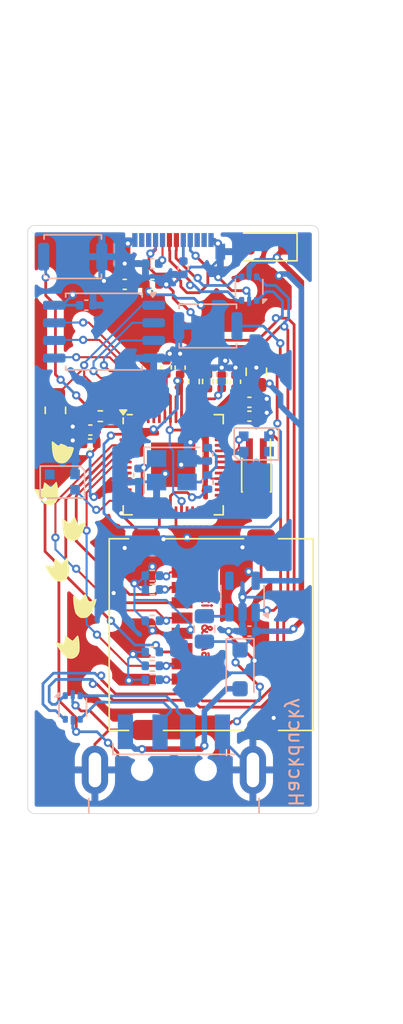
<source format=kicad_pcb>
(kicad_pcb (version 20241229) (generator "pcbnew") (generator_version "9.0")
  (layers (0 "F.Cu" signal) (2 "B.Cu" signal) (13 "F.Paste" user) (15 "B.Paste" user) (5 "F.SilkS" user "F.Silkscreen") (7 "B.SilkS" user "B.Silkscreen") (1 "F.Mask" user) (3 "B.Mask" user) (25 "Edge.Cuts" user))
  (net 0 "")
  (net 1 "GND")
  (net 2 "+1V1")
  (net 3 "+3V3")
  (net 4 "XOUT")
  (net 5 "XIN")
  (net 6 "+5V")
  (net 8 "GP25")
  (net 9 "D+")
  (net 10 "D-")
  (net 11 "Net-(J3-DAT1)")
  (net 12 "Net-(D2-A)")
  (net 13 "Net-(D3-A)")
  (net 14 "Net-(J3-DAT2)")
  (net 18 "Net-(P2-VCONN)")
  (net 19 "Net-(P2-CC)")
  (net 27 "Net-(U4-USB_DP)")
  (net 28 "QSPI_SS")
  (net 29 "Net-(R8-Pad1)")
  (net 30 "Net-(U4-USB_DM)")
  (net 31 "PUSH")
  (net 32 "QSPI_SD3")
  (net 33 "QSPI_SD0")
  (net 34 "QSPI_SD2")
  (net 35 "QSPI_SD1")
  (net 36 "QSPI_SCLK")
  (net 37 "GPIO23")
  (net 38 "GPIO26_ADC3")
  (net 39 "GPIO8")
  (net 40 "GPIO17")
  (net 41 "GPIO24")
  (net 42 "GPIO11")
  (net 43 "RUN")
  (net 44 "GPIO12")
  (net 45 "GPIO13")
  (net 46 "GPIO21")
  (net 47 "GPIO22")
  (net 48 "GPIO14")
  (net 49 "GPIO26_ADC0")
  (net 50 "SWD")
  (net 51 "GPIO9")
  (net 52 "GPIO6")
  (net 53 "GPIO26_ADC1")
  (net 54 "GPIO1")
  (net 55 "GPIO18")
  (net 56 "GPIO10")
  (net 57 "GPIO19")
  (net 58 "GPIO0")
  (net 59 "GPIO15")
  (net 60 "GPIO16")
  (net 61 "GPIO20")
  (net 62 "SWCLK")
  (net 63 "GPIO7")
  (net 64 "Net-(U2-EN)")
  (net 66 "DUPA-")
  (net 67 "DUPA+")
  (net 68 "SD_MISO")
  (net 69 "SD_MOSI")
  (net 70 "SD_CS")
  (net 71 "SD_CLK")
  (net 72 "DUPC-")
  (net 73 "DUPC+")
  (net 74 "Net-(C12-Pad1)")
  (footprint "Resistor_SMD:R_0402_1005Metric" (layer "F.Cu") (at 84.74 77.25)
    (property "Reference" "R8" (hide yes))
    (property "Value" "1k")
  )
  (footprint "LOGO" (layer "F.Cu") (at 82.45 86.6 90)
    (property "Reference" "G***" (hide yes))
    (property "Value" "LOGO" (hide yes))
  )
  (footprint "Capacitor_SMD:C_0402_1005Metric" (layer "F.Cu") (at 84.02 78.25 180)
    (property "Reference" "C17" (hide yes))
    (property "Value" "100nF")
  )
  (footprint "Capacitor_SMD:C_0805_2012Metric" (layer "F.Cu") (at 96 74.05 -90)
    (property "Reference" "C15" (hide yes))
    (property "Value" "1uF")
  )
  (footprint "Package_DFN_QFN:QFN-56-1EP_7x7mm_P0.4mm_EP3.2x3.2mm" (layer "F.Cu") (at 90 80.75)
    (property "Reference" "U4" (hide yes))
    (property "Value" "RP2040")
  )
  (footprint "Capacitor_SMD:C_0402_1005Metric" (layer "F.Cu") (at 84 79.25 180)
    (property "Reference" "C18" (hide yes))
    (property "Value" "100nF")
  )
  (footprint "LOGO" (layer "F.Cu") (at 82.75 65.75)
    (property "Reference" "G***" (hide yes))
    (property "Value" "LOGO" (hide yes))
  )
  (footprint "Connector_USB:USB_C_Plug_Molex_105444" (layer "F.Cu") (at 89.979 64.511)
    (property "Reference" "P2" (hide yes))
    (property "Value" "USB_C_Plug")
  )
  (footprint "Capacitor_SMD:C_0402_1005Metric" (layer "F.Cu") (at 88.5 67.75)
    (property "Reference" "C20" (hide yes))
    (property "Value" "100nF")
  )
  (footprint "Resistor_SMD:R_0402_1005Metric" (layer "F.Cu") (at 92.5 74.75 90)
    (property "Reference" "R22" (hide yes))
    (property "Value" "27.4")
  )
  (footprint "Capacitor_SMD:C_0402_1005Metric" (layer "F.Cu") (at 89.5 73.73 90)
    (property "Reference" "C7" (hide yes))
    (property "Value" "100nF")
  )
  (footprint "Capacitor_SMD:C_0402_1005Metric" (layer "F.Cu") (at 95.5 77.25)
    (property "Reference" "C22" (hide yes))
    (property "Value" "100n")
  )
  (footprint "Resistor_SMD:R_0805_2012Metric_Pad1.20x1.40mm_HandSolder" (layer "F.Cu") (at 81.5 76.83 90)
    (property "Reference" "R15" (hide yes))
    (property "Value" "DNF")
  )
  (footprint "Capacitor_SMD:C_0402_1005Metric" (layer "F.Cu") (at 94.5 74.77 90)
    (property "Reference" "C10" (hide yes))
    (property "Value" "1uF")
  )
  (footprint "Connector_Card:microSD_HC_Molex_47219-2001" (layer "F.Cu") (at 92.74 92.995 90)
    (property "Reference" "J3" (hide yes))
    (property "Value" "Micro_SD_Card")
  )
  (footprint "Capacitor_SMD:C_0402_1005Metric" (layer "F.Cu") (at 86.5 67.75 180)
    (property "Reference" "C19" (hide yes))
    (property "Value" "100nF")
  )
  (footprint "Resistor_SMD:R_0402_1005Metric" (layer "F.Cu") (at 91.5 74.75 90)
    (property "Reference" "R7" (hide yes))
    (property "Value" "27.4")
  )
  (footprint "Capacitor_SMD:C_0402_1005Metric" (layer "F.Cu") (at 90.5 73.75 90)
    (property "Reference" "C11" (hide yes))
    (property "Value" "100nF")
  )
  (footprint "LOGO" (layer "F.Cu") (at 81.75 101.25 90)
    (property "Reference" "G***" (hide yes))
    (property "Value" "LOGO" (hide yes))
  )
  (footprint "Connector_PinHeader_1.00mm:PinHeader_2x02_P1.00mm_Vertical_SMD" (layer "F.Cu") (at 96 81.5 -90)
    (property "Reference" "J2" (hide yes))
    (property "Value" "Conn_02x02_Top_Bottom" (hide yes))
  )
  (footprint "Diode_SMD:D_SOD-123F" (layer "F.Cu") (at 96.729 65.051 180)
    (property "Reference" "D2" (hide yes))
    (property "Value" "MBR1020VL" (hide yes))
  )
  (footprint "Capacitor_SMD:C_0402_1005Metric" (layer "F.Cu") (at 95.5 76.25)
    (property "Reference" "C21" (hide yes))
    (property "Value" "100nF")
  )
  (footprint "Capacitor_SMD:C_0402_1005Metric" (layer "F.Cu") (at 93.5 74.75 90)
    (property "Reference" "C9" (hide yes))
    (property "Value" "1uF")
  )
  (footprint "Resistor_SMD:R_0402_1005Metric" (layer "B.Cu") (at 88.49 95.245)
    (property "Reference" "R17" (hide yes))
    (property "Value" "10k")
  )
  (footprint "Capacitor_SMD:C_0402_1005Metric" (layer "B.Cu") (at 87.5 81.5 -90)
    (property "Reference" "C13" (hide yes))
    (property "Value" "15pF")
  )
  (footprint "Capacitor_SMD:C_0402_1005Metric" (layer "B.Cu") (at 92.5 80 -90)
    (property "Reference" "C12" (hide yes))
    (property "Value" "15pF")
  )
  (footprint "Connector_USB:USB_A_CNCTech_1001-011-01101_Horizontal" (layer "B.Cu") (at 90.05 109.65 -90)
    (property "Reference" "J1" (hide yes))
    (property "Value" "USB_A")
  )
  (footprint "Button_Switch_SMD:SW_Push_SPST_NO_Alps_SKRK" (layer "B.Cu") (at 92.5 70.75)
    (property "Reference" "SW4" (hide yes))
    (property "Value" "BOOT_SEL")
  )
  (footprint "Crystal:Crystal_SMD_Abracon_ABM8G-4Pin_3.2x2.5mm" (layer "B.Cu") (at 89.9 81.15)
    (property "Reference" "Y1" (hide yes))
    (property "Value" "Crystal_GND24")
  )
  (footprint "Resistor_SMD:R_0805_2012Metric" (layer "B.Cu") (at 92.25 92.5875 90)
    (property "Reference" "R6" (hide yes))
    (property "Value" "5.1K" (hide yes))
  )
  (footprint "Package_SO:SOIC-8_5.3x5.3mm_P1.27mm" (layer "B.Cu") (at 85 71.155 180)
    (property "Reference" "U1" (hide yes))
    (property "Value" "W25Q16JVSS")
  )
  (footprint "Capacitor_SMD:C_0402_1005Metric" (layer "B.Cu") (at 83.73 69.25)
    (property "Reference" "C16" (hide yes))
    (property "Value" "100n")
  )
  (footprint "Capacitor_SMD:C_0402_1005Metric" (layer "B.Cu") (at 93.5 74.25 90)
    (property "Reference" "C8" (hide yes))
    (property "Value" "100nF")
  )
  (footprint "LED_SMD:LED_WS2812B-2020_PLCC4_2.0x2.0mm" (layer "B.Cu") (at 82 82 180)
    (property "Reference" "D4" (hide yes))
    (property "Value" "WS2812B")
  )
  (footprint "LED_SMD:LED_WS2812B-2020_PLCC4_2.0x2.0mm" (layer "B.Cu") (at 96 79.25)
    (property "Reference" "D1" (hide yes))
    (property "Value" "WS2812B")
  )
  (footprint "Resistor_SMD:R_0402_1005Metric" (layer "B.Cu") (at 88.5 89.745)
    (property "Reference" "R20" (hide yes))
    (property "Value" "10k")
  )
  (footprint "Resistor_SMD:R_0402_1005Metric" (layer "B.Cu") (at 88.49 94.245)
    (property "Reference" "R18" (hide yes))
    (property "Value" "10k")
  )
  (footprint "Package_TO_SOT_SMD:SOT-666" (layer "B.Cu") (at 95.479 68.051 90)
    (property "Reference" "U5" (hide yes))
    (property "Value" "USBLC6-2P6")
  )
  (footprint "Capacitor_SMD:C_0402_1005Metric" (layer "B.Cu") (at 95.5 92.75 180)
    (property "Reference" "C14" (hide yes))
    (property "Value" "1uF" (hide yes))
  )
  (footprint "Package_TO_SOT_SMD:SOT-666" (layer "B.Cu") (at 82.75 98.25 -90)
    (property "Reference" "U3" (hide yes))
    (property "Value" "USBLC6-2P6")
  )
  (footprint "Capacitor_SMD:C_0402_1005Metric" (layer "B.Cu") (at 90.729 66.551 -90)
    (property "Reference" "R5" (hide yes))
    (property "Value" "5.1K" (hide yes))
  )
  (footprint "Diode_SMD:D_SOD-123F" (layer "B.Cu") (at 94.825 95.5 -90)
    (property "Reference" "D3" (hide yes))
    (property "Value" "MBR1020VL" (hide yes))
  )
  (footprint "Package_TO_SOT_SMD:SOT-23-5" (layer "B.Cu") (at 95 90.25 90)
    (property "Reference" "U2" (hide yes))
    (property "Value" "AP2112K-3.3")
  )
  (footprint "Resistor_SMD:R_0402_1005Metric" (layer "B.Cu") (at 88.49 91.995)
    (property "Reference" "R19" (hide yes))
    (property "Value" "10k" (hide yes))
  )
  (footprint "Resistor_SMD:R_0402_1005Metric" (layer "B.Cu") (at 88.49 96.245)
    (property "Reference" "R16" (hide yes))
    (property "Value" "10k")
  )
  (footprint "Capacitor_SMD:C_0402_1005Metric" (layer "B.Cu") (at 88.479 66.25 180)
    (property "Reference" "R4" (hide yes))
    (property "Value" "5.1K" (hide yes))
  )
  (footprint "LOGO" (layer "B.Cu") (at 92 88.2 180)
    (property "Reference" "G***" (hide yes))
    (property "Value" "LOGO" (hide yes))
  )
  (footprint "Button_Switch_SMD:SW_Push_SPST_NO_Alps_SKRK" (layer "B.Cu") (at 82.75 65.75 180)
    (property "Reference" "SW3" (hide yes))
    (property "Value" "BOOT_SEL")
  )
  (footprint "Resistor_SMD:R_0402_1005Metric" (layer "B.Cu") (at 92.5 82 90)
    (property "Reference" "R9" (hide yes))
    (property "Value" "1k")
  )
  (footprint "Resistor_SMD:R_0402_1005Metric" (layer "B.Cu") (at 88.49 88.745)
    (property "Reference" "R21" (hide yes))
    (property "Value" "10k")
  )
  (gr_line (start 79.5 105.4) (end 79.5 64) (stroke (width 0.05)) (layer "Edge.Cuts"))
  (gr_arc (start 80 105.9) (mid 79.646447 105.753553) (end 79.5 105.4) (stroke (width 0.05)) (layer "Edge.Cuts"))
  (gr_line (start 100.5 64) (end 100.5 105.4) (stroke (width 0.05)) (layer "Edge.Cuts"))
  (gr_line (start 100 105.9) (end 80 105.9) (stroke (width 0.05)) (layer "Edge.Cuts"))
  (gr_arc (start 79.5 64) (mid 79.646447 63.646447) (end 80 63.5) (stroke (width 0.05)) (layer "Edge.Cuts"))
  (gr_arc (start 100.5 105.4) (mid 100.353553 105.753553) (end 100 105.9) (stroke (width 0.05)) (layer "Edge.Cuts"))
  (gr_arc (start 100 63.5) (mid 100.353553 63.646447) (end 100.5 64) (stroke (width 0.05)) (layer "Edge.Cuts"))
  (gr_line (start 80 63.5) (end 100 63.5) (stroke (width 0.05)) (layer "Edge.Cuts"))
  (gr_text "Souptik & Aarav." (at 92 92.25 270) (layer "F.Cu") (effects (font (size 0.7 0.7)) (justify bottom)))
  (gr_text "Hackducky\n" (at 98.25 105.5 270) (layer "B.SilkS") (effects (font (size 1 1)) (justify left bottom mirror)))
  (segment (start 85.7 90) (end 86.4 90.7) (width 0.2) (layer "F.Cu") (net 1))
  (segment (start 83.02 78.25) (end 82.77 78) (width 0.2) (layer "F.Cu") (net 1))
  (segment (start 91.05 90.7) (end 91.25 90.5) (width 0.2) (layer "F.Cu") (net 1))
  (segment (start 90.45 69.2) (end 90.7 69.2) (width 0.2) (layer "F.Cu") (net 1))
  (segment (start 88.04 86.12) (end 87.13 86.12) (width 0.2) (layer "F.Cu") (net 1))
  (segment (start 96.34 86.16) (end 96.34 86.12) (width 0.2) (layer "F.Cu") (net 1))
  (segment (start 82.77 78) (end 82.75 78) (width 0.2) (layer "F.Cu") (net 1))
  (segment (start 84.35 100.89) (end 85.37 99.87) (width 0.2) (layer "F.Cu") (net 1))
  (segment (start 89 84.1875) (end 89 85.16) (width 0.2) (layer "F.Cu") (net 1))
  (segment (start 94.22373 68.19973) (end 93.25 67.226) (width 0.2) (layer "F.Cu") (net 1))
  (segment (start 90.5 73.27) (end 90.5 72.75) (width 0.2) (layer "F.Cu") (net 1))
  (segment (start 97.25 99) (end 97.21 99) (width 0.2) (layer "F.Cu") (net 1))
  (segment (start 86.559 65.391) (end 86.559 66.191) (width 0.3) (layer "F.Cu") (net 1))
  (segment (start 92.729 64.551) (end 92.979 64.551) (width 0.3) (layer "F.Cu") (net 1))
  (segment (start 82.948326 98.098857) (end 83.349469 98.5) (width 0.2) (layer "F.Cu") (net 1))
  (segment (start 95.98 77.25) (end 96.5 77.25) (width 0.2) (layer "F.Cu") (net 1))
  (segment (start 86.4 90.7) (end 90.64 90.7) (width 0.2) (layer "F.Cu") (net 1))
  (segment (start 96.34 88.96) (end 96.34 86.12) (width 0.2) (layer "F.Cu") (net 1))
  (segment (start 96.5 77.25) (end 96.75 77) (width 0.2) (layer "F.Cu") (net 1))
  (segment (start 87.76 100.5) (end 87.700435 100.5) (width 0.15) (layer "F.Cu") (net 1))
  (segment (start 86.02 67.75) (end 85.25 67.75) (width 0.2) (layer "F.Cu") (net 1))
  (segment (start 89.5 73) (end 89.75 72.75) (width 0.2) (layer "F.Cu") (net 1))
  (segment (start 86.559 64.971) (end 86.729 64.801) (width 0.3) (layer "F.Cu") (net 1))
  (segment (start 95.875 94.875) (end 94 93) (width 0.2) (layer "F.Cu") (net 1))
  (segment (start 85.25 67.75) (end 85 67.5) (width 0.2) (layer "F.Cu") (net 1))
  (segment (start 89.3 86.12) (end 88.04 86.12) (width 0.2) (layer "F.Cu") (net 1))
  (segment (start 87.229 64.551) (end 86.979 64.551) (width 0.3) (layer "F.Cu") (net 1))
  (segment (start 83.52 79.25) (end 83.02 79.25) (width 0.2) (layer "F.Cu") (net 1))
  (segment (start 95.275342 68.19973) (end 94.22373 68.19973) (width 0.2) (layer "F.Cu") (net 1))
  (segment (start 87.700435 100.5) (end 87.51 100.309565) (width 0.15) (layer "F.Cu") (net 1))
  (segment (start 83.02 79.25) (end 82.77 79) (width 0.2) (layer "F.Cu") (net 1))
  (segment (start 90 68.25) (end 90 68.75) (width 0.2) (layer "F.Cu") (net 1))
  (segment (start 97.21 99) (end 96.34 99.87) (width 0.2) (layer "F.Cu") (net 1))
  (segment (start 89.5 67.75) (end 88.98 67.75) (width 0.2) (layer "F.Cu") (net 1))
  (segment (start 83.54 78.25) (end 83.02 78.25) (width 0.2) (layer "F.Cu") (net 1))
  (segment (start 86.25 84.25) (end 86.25 84.33) (width 0.2) (layer "F.Cu") (net 1))
  (segment (start 90.7 69.2) (end 91.25 69.75) (width 0.2) (layer "F.Cu") (net 1))
  (segment (start 86.559 66.191) (end 86.5 66.25) (width 0.3) (layer "F.Cu") (net 1))
  (segment (start 92.979 64.551) (end 93.229 64.801) (width 0.3) (layer "F.Cu") (net 1))
  (segment (start 86.559 65.391) (end 86.559 64.971) (width 0.3) (layer "F.Cu") (net 1))
  (segment (start 84 98.5) (end 85.37 99.87) (width 0.2) (layer "F.Cu") (net 1))
  (segment (start 95.75 100.46) (end 96.34 99.87) (width 0.2) (layer "F.Cu") (net 1))
  (segment (start 94.5 74.29) (end 94.5 73.75) (width 0.2) (layer "F.Cu") (net 1))
  (segment (start 90.64 90.7) (end 91.05 90.7) (width 0.2) (layer "F.Cu") (net 1))
  (segment (start 84.35 102.75) (end 84.35 100.89) (width 0.2) (layer "F.Cu") (net 1))
  (segment (start 95 90.3) (end 96.34 88.96) (width 0.2) (layer "F.Cu") (net 1))
  (segment (start 85.37 99.87) (end 88.04 99.87) (width 0.2) (layer "F.Cu") (net 1))
  (segment (start 86.979 64.551) (end 86.729 64.801) (width 0.3) (layer "F.Cu") (net 1))
  (segment (start 89.924998 81.400002) (end 90.575 80.75) (width 0.2) (layer "F.Cu") (net 1))
  (segment (start 94 93) (end 94 92.75) (width 0.2) (layer "F.Cu") (net 1))
  (segment (start 95.98 76.25) (end 96.5 76.25) (width 0.2) (layer "F.Cu") (net 1))
  (segment (start 96.5 76.25) (end 96.75 76) (width 0.2) (layer "F.Cu") (net 1))
  (segment (start 89.425 81.400002) (end 89.924998 81.400002) (width 0.2) (layer "F.Cu") (net 1))
  (segment (start 89.5 67.75) (end 90 68.25) (width 0.2) (layer "F.Cu") (net 1))
  (segment (start 95.700735 86.700735) (end 96.24147 86.16) (width 0.2) (layer "F.Cu") (net 1))
  (segment (start 93.5 74.27) (end 93.5 73.75) (width 0.2) (layer "F.Cu") (net 1))
  (segment (start 90 68.75) (end 90.45 69.2) (width 0.2) (layer "F.Cu") (net 1))
  (segment (start 95.75 102.75) (end 95.75 100.46) (width 0.2) (layer "F.Cu") (net 1))
  (segment (start 89 85.16) (end 88.04 86.12) (width 0.2) (layer "F.Cu") (net 1))
  (segment (start 87.13 86.12) (end 86.5 86.75) (width 0.2) (layer "F.Cu") (net 1))
  (segment (start 83.349469 98.5) (end 84 98.5) (width 0.2) (layer "F.Cu") (net 1))
  (segment (start 82.77 79) (end 82.75 79) (width 0.2) (layer "F.Cu") (net 1))
  (segment (start 89.5 73.25) (end 89.5 73) (width 0.2) (layer "F.Cu") (net 1))
  (segment (start 86.25 84.33) (end 88.04 86.12) (width 0.2) (layer "F.Cu") (net 1))
  (segment (start 95 86.700735) (end 95.700735 86.700735) (width 0.2) (layer "F.Cu") (net 1))
  (segment (start 96.24147 86.16) (end 96.34 86.16) (width 0.2) (layer "F.Cu") (net 1))
  (segment (start 96 73.75) (end 96 73.1) (width 0.2) (layer "F.Cu") (net 1))
  (via (at 90.5 72.75) (size 0.6) (drill 0.3) (layers "F.Cu" "B.Cu") (net 1))
  (via (at 97.25 99) (size 0.6) (drill 0.3) (layers "F.Cu" "B.Cu") (net 1))
  (via (at 93.229 64.801) (size 0.6) (drill 0.3) (layers "F.Cu" "B.Cu") (net 1))
  (via (at 96 73.75) (size 0.6) (drill 0.3) (layers "F.Cu" "B.Cu") (net 1))
  (via (at 93.5 73.75) (size 0.6) (drill 0.3) (layers "F.Cu" "B.Cu") (net 1))
  (via (at 82.75 78) (size 0.6) (drill 0.3) (layers "F.Cu" "B.Cu") (net 1))
  (via (at 94.5 73.75) (size 0.6) (drill 0.3) (layers "F.Cu" "B.Cu") (net 1))
  (via (at 95 86.700735) (size 0.6) (drill 0.3) (layers "F.Cu" "B.Cu") (net 1))
  (via (at 91.25 69.75) (size 0.6) (drill 0.3) (layers "F.Cu" "B.Cu") (net 1))
  (via (at 95 90.3) (size 0.6) (drill 0.3) (layers "F.Cu" "B.Cu") (net 1))
  (via (at 91.24 79.13) (size 0.6) (drill 0.3) (layers "F.Cu" "B.Cu") (net 1))
  (via (at 90.575 80.75) (size 0.6) (drill 0.3) (layers "F.Cu" "B.Cu") (net 1))
  (via (at 86.5 66.25) (size 0.6) (drill 0.3) (layers "F.Cu" "B.Cu") (net 1))
  (via (at 89.75 72.75) (size 0.6) (drill 0.3) (layers "F.Cu" "B.Cu") (net 1))
  (via (at 96.75 77) (size 0.6) (drill 0.3) (layers "F.Cu" "B.Cu") (net 1))
  (via (at 86.729 64.801) (size 0.6) (drill 0.3) (layers "F.Cu" "B.Cu") (net 1))
  (via (at 86.5 86.75) (size 0.6) (drill 0.3) (layers "F.Cu" "B.Cu") (net 1))
  (via (at 89.3 86.12) (size 0.6) (drill 0.3) (layers "F.Cu" "B.Cu") (net 1))
  (via (at 96.75 76) (size 0.6) (drill 0.3) (layers "F.Cu" "B.Cu") (net 1))
  (via (at 86.25 84.25) (size 0.6) (drill 0.3) (layers "F.Cu" "B.Cu") (net 1))
  (via (at 89.5 67.75) (size 0.6) (drill 0.3) (layers "F.Cu" "B.Cu") (net 1))
  (via (at 85 67.5) (size 0.6) (drill 0.3) (layers "F.Cu" "B.Cu") (net 1))
  (via (at 82.75 79) (size 0.6) (drill 0.3) (layers "F.Cu" "B.Cu") (net 1))
  (via (at 95.275342 68.19973) (size 0.6) (drill 0.3) (layers "F.Cu" "B.Cu") (net 1))
  (via (at 94 92.75) (size 0.6) (drill 0.3) (layers "F.Cu" "B.Cu") (net 1))
  (via (at 85.7 90) (size 0.6) (drill 0.3) (layers "F.Cu" "B.Cu") (net 1))
  (via (at 95.875 94.875) (size 0.6) (drill 0.3) (layers "F.Cu" "B.Cu") (net 1))
  (via (at 93.75 73.25) (size 0.6) (drill 0.3) (layers "F.Cu" "B.Cu") (net 1))
  (via (at 93.25 67.226) (size 0.6) (drill 0.3) (layers "F.Cu" "B.Cu") (net 1))
  (via (at 82.948326 98.098857) (size 0.6) (drill 0.3) (layers "F.Cu" "B.Cu") (net 1))
  (via (at 89.425 81.400002) (size 0.6) (drill 0.3) (layers "F.Cu" "B.Cu") (net 1))
  (segment (start 85 67.5) (end 84.75 67.25) (width 0.2) (layer "B.Cu") (net 1))
  (segment (start 93.5 73.5) (end 93.75 73.25) (width 0.2) (layer "B.Cu") (net 1))
  (segment (start 93.5 73.75) (end 93.5 73.5) (width 0.2) (layer "B.Cu") (net 1))
  (segment (start 91.24 78.76) (end 91.25 78.75) (width 0.2) (layer "B.Cu") (net 1))
  (segment (start 97.5 96.5) (end 97.5 98.75) (width 0.2) (layer "B.Cu") (net 1))
  (segment (start 93.399 65.391) (end 93.399 64.971) (width 0.3) (layer "B.Cu") (net 1))
  (segment (start 93.55 100) (end 93.55 100.55) (width 0.2) (layer "B.Cu") (net 1))
  (segment (start 87.5 84.25) (end 86.25 84.25) (width 0.2) (layer "B.Cu") (net 1))
  (segment (start 97.5 98.75) (end 97.25 99) (width 0.2) (layer "B.Cu") (net 1))
  (segment (start 95.02 92.75) (end 94 92.75) (width 0.2) (layer "B.Cu") (net 1))
  (segment (start 93.399 64.971) (end 93.229 64.801) (width 0.3) (layer "B.Cu") (net 1))
  (segment (start 91.24 80.06) (end 91 80.3) (width 0.2) (layer "B.Cu") (net 1))
  (segment (start 90.729 67.031) (end 91.25 66.51) (width 0.2) (layer "B.Cu") (net 1))
  (segment (start 86.979 64.551) (end 86.729 64.801) (width 0.3) (layer "B.Cu") (net 1))
  (segment (start 96.25 95.75) (end 95.75 95.75) (width 0.2) (layer "B.Cu") (net 1))
  (segment (start 90.719 67.031) (end 90.729 67.031) (width 0.2) (layer "B.Cu") (net 1))
  (segment (start 92.5 80.48) (end 91.18 80.48) (width 0.2) (layer "B.Cu") (net 1))
  (segment (start 95 91.3875) (end 95 91) (width 0.2) (layer "B.Cu") (net 1))
  (segment (start 89.5 67.75) (end 90 67.75) (width 0.2) (layer "B.Cu") (net 1))
  (segment (start 93.25 65.54) (end 93.399 65.391) (width 0.2) (layer "B.Cu") (net 1))
  (segment (start 95 91.3875) (end 95 90.3) (width 0.2) (layer "B.Cu") (net 1))
  (segment (start 95.02 92.75) (end 95.02 91.4075) (width 0.2) (layer "B.Cu") (net 1))
  (segment (start 95 90.3) (end 96.9 90.3) (width 0.2) (layer "B.Cu") (net 1))
  (segment (start 92.75 66.5) (end 93.25 66) (width 0.2) (layer "B.Cu") (net 1))
  (segment (start 88.8 82) (end 88.825002 82) (width 0.2) (layer "B.Cu") (net 1))
  (segment (start 95.479 68.403388) (end 95.275342 68.19973) (width 0.2) (layer "B.Cu") (net 1))
  (segment (start 96.5 95.5) (end 97.5 96.5) (width 0.2) (layer "B.Cu") (net 1))
  (segment (start 93.55 100.55) (end 95.75 102.75) (width 0.2) (layer "B.Cu") (net 1))
  (segment (start 91 80.325) (end 90.575 80.75) (width 0.2) (layer "B.Cu") (net 1))
  (segment (start 93.25 66) (end 93.25 65.54) (width 0.2) (layer "B.Cu") (net 1))
  (segment (start 94.950735 86.75) (end 95 86.700735) (width 0.2) (layer "B.Cu") (net 1))
  (segment (start 87.5 81.98) (end 88.78 81.98) (width 0.2) (layer "B.Cu") (net 1))
  (segment (start 87.229 64.551) (end 86.979 64.551) (width 0.3) (layer "B.Cu") (net 1))
  (segment (start 95.479 69.174358) (end 95.479 68.976) (width 0.2) (layer "B.Cu") (net 1))
  (segment (start 92.75 66.5) (end 93.25 67) (width 0.2) (layer "B.Cu") (net 1))
  (segment (start 92.729 64.551) (end 92.979 64.551) (width 0.3) (layer "B.Cu") (net 1))
  (segment (start 91.24 79.13) (end 91.24 80.06) (width 0.2) (layer "B.Cu") (net 1))
  (segment (start 88.825002 82) (end 89.425 81.400002) (width 0.2) (layer "B.Cu") (net 1))
  (segment (start 93.25 67) (end 93.25 67.226) (width 0.2) (layer "B.Cu") (net 1))
  (segment (start 84.75 69.25) (end 85.25 69.75) (width 0.2) (layer "B.Cu") (net 1))
  (segment (start 91 80.3) (end 91 80.325) (width 0.2) (layer "B.Cu") (net 1))
  (segment (start 88.78 81.98) (end 88.8 82) (width 0.2) (layer "B.Cu") (net 1))
  (segment (start 95.875 94.875) (end 96.5 95.5) (width 0.2) (layer "B.Cu") (net 1))
  (segment (start 84.21 69.25) (end 84.21 69.31865) (width 0.2) (layer "B.Cu") (net 1))
  (segment (start 95.479 68.976) (end 95.479 68.403388) (width 0.2) (layer "B.Cu") (net 1))
  (segment (start 88.8 82.95) (end 87.5 84.25) (width 0.2) (layer "B.Cu") (net 1))
  (segment (start 91.25 66.51) (end 91.25 66.5) (width 0.2) (layer "B.Cu") (net 1))
  (segment (start 91.25 66.5) (end 92.75 66.5) (width 0.2) (layer "B.Cu") (net 1))
  (segment (start 93.25 67.226) (end 93.25 66) (width 0.2) (layer "B.Cu") (net 1))
  (segment (start 90 67.75) (end 90.719 67.031) (width 0.2) (layer "B.Cu") (net 1))
  (segment (start 95.02 91.4075) (end 95 91.3875) (width 0.2) (layer "B.Cu") (net 1))
  (segment (start 91.18 80.48) (end 91 80.3) (width 0.2) (layer "B.Cu") (net 1))
  (segment (start 88.8 82) (end 88.8 82.95) (width 0.2) (layer "B.Cu") (net 1))
  (segment (start 84.21 69.25) (end 84.75 69.25) (width 0.2) (layer "B.Cu") (net 1))
  (segment (start 84.75 67.25) (end 84.75 67) (width 0.2) (layer "B.Cu") (net 1))
  (segment (start 91.24 79.13) (end 91.24 78.76) (width 0.2) (layer "B.Cu") (net 1))
  (segment (start 96.5 95.5) (end 96.25 95.75) (width 0.2) (layer "B.Cu") (net 1))
  (segment (start 92.979 64.551) (end 93.229 64.801) (width 0.3) (layer "B.Cu") (net 1))
  (segment (start 82.75 97.900531) (end 82.948326 98.098857) (width 0.2) (layer "B.Cu") (net 1))
  (segment (start 82.75 97.325) (end 82.75 97.900531) (width 0.2) (layer "B.Cu") (net 1))
  (segment (start 95.75 95.75) (end 93.5 95.75) (width 0.2) (layer "B.Cu") (net 1))
  (segment (start 93.5 75.49326) (end 93.24663 75.74663) (width 0.2) (layer "F.Cu") (net 2))
  (segment (start 93.24663 75.74663) (end 93.24663 75.75337) (width 0.2) (layer "F.Cu") (net 2))
  (segment (start 89.8 78.2) (end 89.75 78.25) (width 0.15) (layer "F.Cu") (net 2))
  (segment (start 93 76) (end 92.5 76) (width 0.2) (layer "F.Cu") (net 2))
  (segment (start 91.8 78.2) (end 91.75 78.25) (width 0.2) (layer "F.Cu") (net 2))
  (segment (start 90.6 84.1875) (end 90.6 83.375923) (width 0.2) (layer "F.Cu") (net 2))
  (segment (start 91.75 78.25) (end 89.75 78.25) (width 0.2) (layer "F.Cu") (net 2))
  (segment (start 89.8 77.3125) (end 89.8 78.2) (width 0.15) (layer "F.Cu") (net 2))
  (segment (start 91.8 77.3125) (end 91.8 78.2) (width 0.2) (layer "F.Cu") (net 2))
  (segment (start 93.24663 75.75337) (end 93 76) (width 0.2) (layer "F.Cu") (net 2))
  (segment (start 89.8 75.8) (end 89.8 77.3125) (width 0.2) (layer "F.Cu") (net 2))
  (segment (start 93.5 75.23) (end 93.5 75.49326) (width 0.2) (layer "F.Cu") (net 2))
  (segment (start 92.5 76) (end 91.8 76.7) (width 0.2) (layer "F.Cu") (net 2))
  (segment (start 89.5 74.21) (end 89.5 75.5) (width 0.2) (layer "F.Cu") (net 2))
  (segment (start 89.5 75.5) (end 89.8 75.8) (width 0.2) (layer "F.Cu") (net 2))
  (segment (start 90.6 83.375923) (end 90.605458 83.370465) (width 0.2) (layer "F.Cu") (net 2))
  (segment (start 91.8 76.7) (end 91.8 77.3125) (width 0.2) (layer "F.Cu") (net 2))
  (via (at 89.75 78.25) (size 0.6) (drill 0.3) (layers "F.Cu" "B.Cu") (net 2))
  (via (at 93.24663 75.74663) (size 0.6) (drill 0.3) (layers "F.Cu" "B.Cu") (net 2))
  (via (at 90.605458 83.370465) (size 0.6) (drill 0.3) (layers "F.Cu" "B.Cu") (net 2))
  (segment (start 90 79.75) (end 90 82.765007) (width 0.15) (layer "B.Cu") (net 2))
  (segment (start 90 82.765007) (end 90.605458 83.370465) (width 0.15) (layer "B.Cu") (net 2))
  (segment (start 89.75 79.5) (end 90 79.75) (width 0.15) (layer "B.Cu") (net 2))
  (segment (start 93.5 74.73) (end 93.5 75.49326) (width 0.2) (layer "B.Cu") (net 2))
  (segment (start 93.5 75.49326) (end 93.24663 75.74663) (width 0.2) (layer "B.Cu") (net 2))
  (segment (start 89.75 78.25) (end 89.75 79.5) (width 0.15) (layer "B.Cu") (net 2))
  (segment (start 90.6 75.45) (end 90.2 75.85) (width 0.2) (layer "F.Cu") (net 3))
  (segment (start 90.2 85.2) (end 90.2 84.1875) (width 0.2) (layer "F.Cu") (net 3))
  (segment (start 91.292 92.9) (end 90.64 92.9) (width 0.2) (layer "F.Cu") (net 3))
  (segment (start 90.3 74.7) (end 90.3 74.43) (width 0.2) (layer "F.Cu") (net 3))
  (segment (start 92.25 70) (end 92 70.25) (width 0.2) (layer "F.Cu") (net 3))
  (segment (start 94.5 77.25) (end 95.02 77.25) (width 0.3) (layer "F.Cu") (net 3))
  (segment (start 92.25 70) (end 92.25 69.5) (width 0.2) (layer "F.Cu") (net 3))
  (segment (start 95.02 77.25) (end 95.02 77.27) (width 0.2) (layer "F.Cu") (net 3))
  (segment (start 86.6125 78.1) (end 86.5625 78.15) (width 0.2) (layer "F.Cu") (net 3))
  (segment (start 88.577709 78.2) (end 87.8 78.2) (width 0.2) (layer "F.Cu") (net 3))
  (segment (start 95.02 76.25) (end 95.02 77.25) (width 0.2) (layer "F.Cu") (net 3))
  (segment (start 90.3 74.43) (end 90.5 74.23) (width 0.2) (layer "F.Cu") (net 3))
  (segment (start 92.6 77.3125) (end 94.5 75.4125) (width 0.3) (layer "F.Cu") (net 3))
  (segment (start 88.5 92.7) (end 88.7 92.9) (width 0.15) (layer "F.Cu") (net 3))
  (segment (start 90.6 75) (end 90.6 77.3125) (width 0.2) (layer "F.Cu") (net 3))
  (segment (start 84.48 79.25) (end 84.48 79.02) (width 0.2) (layer "F.Cu") (net 3))
  (segment (start 88.7 92.9) (end 90.64 92.9) (width 0.15) (layer "F.Cu") (net 3))
  (segment (start 85.5 81.75) (end 86.5625 81.75) (width 0.2) (layer "F.Cu") (net 3))
  (segment (start 90.52 74.23) (end 90.5 74.23) (width 0.2) (layer "F.Cu") (net 3))
  (segment (start 95.45 88.45) (end 93 86) (width 0.2) (layer "F.Cu") (net 3))
  (segment (start 84.275 83.071268) (end 84.4 82.946268) (width 0.2) (layer "F.Cu") (net 3))
  (segment (start 87.7 78.1) (end 86.6125 78.1) (width 0.2) (layer "F.Cu") (net 3))
  (segment (start 94.5 75.4125) (end 94.5 75.25) (width 0.3) (layer "F.Cu") (net 3))
  (segment (start 90.6 75) (end 90.6 74.33) (width 0.2) (layer "F.Cu") (net 3))
  (segment (start 84.5 79) (end 84.5 79.23) (width 0.2) (layer "F.Cu") (net 3))
  (segment (start 93.14375 77.85625) (end 93.89375 77.85625) (width 0.3) (layer "F.Cu") (net 3))
  (segment (start 96.75 69.5) (end 96.25 70) (width 0.2) (layer "F.Cu") (net 3))
  (segment (start 84.75 78) (end 86.4125 78) (width 0.2) (layer "F.Cu") (net 3))
  (segment (start 86.4125 78) (end 86.5625 78.15) (width 0.2) (layer "F.Cu") (net 3))
  (segment (start 84.4 82.85) (end 85.5 81.75) (width 0.2) (layer "F.Cu") (net 3))
  (segment (start 92 72) (end 91.111 72.889) (width 0.2) (layer "F.Cu") (net 3))
  (segment (start 91 86) (end 90.2 85.2) (width 0.2) (layer "F.Cu") (net 3))
  (segment (start 92.6 77.3125) (end 92.251 77.3125) (width 0.3) (layer "F.Cu") (net 3))
  (segment (start 90.6 75) (end 90.6 75.45) (width 0.2) (layer "F.Cu") (net 3))
  (segment (start 92 70.25) (end 92 72) (width 0.2) (layer "F.Cu") (net 3))
  (segment (start 95.75 75.25) (end 96 75) (width 0.3) (layer "F.Cu") (net 3))
  (segment (start 94.5 75.25) (end 95.75 75.25) (width 0.3) (layer "F.Cu") (net 3))
  (segment (start 88.5 88.1) (end 89.7 86.9) (width 0.15) (layer "F.Cu") (net 3))
  (segment (start 87.8 78.2) (end 87.7 78.1) (width 0.2) (layer "F.Cu") (net 3))
  (segment (start 91.111 72.889) (end 91.111 73.639) (width 0.2) (layer "F.Cu") (net 3))
  (segment (start 92.5 78.25) (end 93.01875 77.73125) (width 0.15) (layer "F.Cu") (net 3))
  (segment (start 96.95 74.9) (end 96.85 75) (width 0.3) (layer "F.Cu") (net 3))
  (segment (start 96.85 75) (end 96 75) (width 0.3) (layer "F.Cu") (net 3))
  (segment (start 91.000002 92.9) (end 91.25 92.650002) (width 0.15) (layer "F.Cu") (net 3))
  (segment (start 88.25 68.25) (end 88.25 67.98) (width 0.2) (layer "F.Cu") (net 3))
  (segment (start 93 86) (end 91 86) (width 0.2) (layer "F.Cu") (net 3))
  (segment (start 90.6 74.33) (end 90.5 74.23) (width 0.2) (layer "F.Cu") (net 3))
  (segment (start 84.48 79.52) (end 84.48 79.25) (width 0.2) (layer "F.Cu") (net 3))
  (segment (start 88.25 67.98) (end 88.02 67.75) (width 0.2) (layer "F.Cu") (net 3))
  (segment (start 92.75 81.75) (end 92.5 81.5) (width 0.15) (layer "F.Cu") (net 3))
  (segment (start 93.3865 78.099) (end 93.4375 78.099) (width 0.3) (layer "F.Cu") (net 3))
  (segment (start 96.75 68) (end 96.75 69.5) (width 0.2) (layer "F.Cu") (net 3))
  (segment (start 91.111 73.639) (end 90.52 74.23) (width 0.2) (layer "F.Cu") (net 3))
  (segment (start 93.4375 81.75) (end 92.75 81.75) (width 0.15) (layer "F.Cu") (net 3))
  (segment (start 84.6 78.15) (end 84.75 78) (width 0.2) (layer "F.Cu") (net 3))
  (segment (start 93.89375 77.85625) (end 94.5 77.25) (width 0.3) (layer "F.Cu") (net 3))
  (segment (start 90.1 86.9) (end 91 86) (width 0.15) (layer "F.Cu") (net 3))
  (segment (start 90.64 92.9) (end 91.000002 92.9) (width 0.15) (layer "F.Cu") (net 3))
  (segment (start 92.5 81.5) (end 92.5 78.25) (width 0.15) (layer "F.Cu") (net 3))
  (segment (start 84.4 82.946268) (end 84.4 82.85) (width 0.2) (layer "F.Cu") (net 3))
  (segment (start 96.25 70) (end 92.25 70) (width 0.2) (layer "F.Cu") (net 3))
  (segment (start 89.7 86.9) (end 90.1 86.9) (width 0.15) (layer "F.Cu") (net 3))
  (segment (start 90.2 75.85) (end 90.2 77.3125) (width 0.2) (layer "F.Cu") (net 3))
  (segment (start 93.01875 77.73125) (end 93.14375 77.85625) (width 0.3) (layer "F.Cu") (net 3))
  (segment (start 93.14375 77.85625) (end 93.3865 78.099) (width 0.3) (layer "F.Cu") (net 3))
  (segment (start 92.25 69.5) (end 92 69.25) (width 0.2) (layer "F.Cu") (net 3))
  (segment (start 97.625 67.125) (end 96.75 68) (width 0.2) (layer "F.Cu") (net 3))
  (segment (start 84.48 79.02) (end 84.5 79) (width 0.2) (layer "F.Cu") (net 3))
  (segment (start 95.02 77.27) (end 95.5 77.75) (width 0.2) (layer "F.Cu") (net 3))
  (segment (start 84.5 78.25) (end 84.5 79) (width 0.2) (layer "F.Cu") (net 3))
  (segment (start 84 80) (end 84.48 79.52) (width 0.2) (layer "F.Cu") (net 3))
  (segment (start 92.6 77.3125) (end 93.01875 77.73125) (width 0.3) (layer "F.Cu") (net 3))
  (segment (start 88.02 67.75) (end 86.98 67.75) (width 0.2) (layer "F.Cu") (net 3))
  (via (at 90.3 74.7) (size 0.6) (drill 0.3) (layers "F.Cu" "B.Cu") (net 3))
  (via (at 92 69.25) (size 0.6) (drill 0.3) (layers "F.Cu" "B.Cu") (net 3))
  (via (at 82.75 68.5) (size 0.6) (drill 0.3) (layers "F.Cu" "B.Cu") (net 3))
  (via (at 88.577709 78.2) (size 0.6) (drill 0.3) (layers "F.Cu" "B.Cu") (net 3))
  (via (at 86.8 96.3) (size 0.6) (drill 0.3) (layers "F.Cu" "B.Cu") (net 3))
  (via (at 91 86) (size 0.6) (drill 0.3) (layers "F.Cu" "B.Cu") (net 3))
  (via (at 95.45 88.45) (size 0.6) (drill 0.3) (layers "F.Cu" "B.Cu") (net 3))
  (via (at 84 80) (size 0.6) (drill 0.3) (layers "F.Cu" "B.Cu") (net 3))
  (via (at 84.275 83.071268) (size 0.6) (drill 0.3) (layers "F.Cu" "B.Cu") (net 3))
  (via (at 88.5 88.1) (size 0.6) (drill 0.3) (layers "F.Cu" "B.Cu") (net 3))
  (via (at 97.625 67.125) (size 0.6) (drill 0.3) (layers "F.Cu" "B.Cu") (net 3))
  (via (at 87.2 89.3) (size 0.6) (drill 0.3) (layers "F.Cu" "B.Cu") (net 3))
  (via (at 96.95 74.9) (size 0.6) (drill 0.3) (layers "F.Cu" "B.Cu") (net 3))
  (via (at 88.5 92.7) (size 0.6) (drill 0.3) (layers "F.Cu" "B.Cu") (net 3))
  (via (at 87.1 94.4) (size 0.6) (drill 0.3) (layers "F.Cu" "B.Cu") (net 3))
  (via (at 88.25 68.25) (size 0.6) (drill 0.3) (layers "F.Cu" "B.Cu") (net 3))
  (via (at 91.25 92.650002) (size 0.6) (drill 0.3) (layers "F.Cu" "B.Cu") (net 3))
  (segment (start 91.25 92.650002) (end 91.25 92.25) (width 0.15) (layer "B.Cu") (net 3))
  (segment (start 88.25 68.25) (end 88.5 68.5) (width 0.2) (layer "B.Cu") (net 3))
  (segment (start 99.25 68) (end 99.25 78) (width 0.4) (layer "B.Cu") (net 3))
  (segment (start 99.25 78) (end 99.25 89) (width 0.4) (layer "B.Cu") (net 3))
  (segment (start 87.98 91.995) (end 87.98 92.18) (width 0.15) (layer "B.Cu") (net 3))
  (segment (start 87.645 89.745) (end 87.2 89.3) (width 0.15) (layer "B.Cu") (net 3))
  (segment (start 96.95 74.9) (end 96.95 74.95) (width 0.4) (layer "B.Cu") (net 3))
  (segment (start 86.75 96.25) (end 86.8 96.3) (width 0.15) (layer "B.Cu") (net 3))
  (segment (start 87.2 91.215) (end 87.2 90.5) (width 0.15) (layer "B.Cu") (net 3))
  (segment (start 97.75 67) (end 98.25 67) (width 0.4) (layer "B.Cu") (net 3))
  (segment (start 99.25 89) (end 99.1375 89.1125) (width 0.4) (layer "B.Cu") (net 3))
  (segment (start 81.4125 69.25) (end 82 69.25) (width 0.2) (layer "B.Cu") (net 3))
  (segment (start 88.5 68.5) (end 90 68.5) (width 0.2) (layer "B.Cu") (net 3))
  (segment (start 87.99 89.745) (end 87.645 89.745) (width 0.15) (layer "B.Cu") (net 3))
  (segment (start 87.255 94.245) (end 87.1 94.4) (width 0.15) (layer "B.Cu") (net 3))
  (segment (start 97.75 75.75) (end 97.75 76.5) (width 0.4) (layer "B.Cu") (net 3))
  (segment (start 91.25 92.25) (end 89.5 90.5) (width 0.15) (layer "B.Cu") (net 3))
  (segment (start 82 69.25) (end 82.75 68.5) (width 0.2) (layer "B.Cu") (net 3))
  (segment (start 97.75 76.5) (end 99.25 78) (width 0.4) (layer "B.Cu") (net 3))
  (segment (start 87.1 94.4) (end 86.75 94.75) (width 0.15) (layer "B.Cu") (net 3))
  (segment (start 87.98 88.745) (end 87.425 89.3) (width 0.15) (layer "B.Cu") (net 3))
  (segment (start 87.99 89.745) (end 87.99 88.755) (width 0.15) (layer "B.Cu") (net 3))
  (segment (start 87.98 95.245) (end 87.945 95.245) (width 0.15) (layer "B.Cu") (net 3))
  (segment (start 81.4125 69.25) (end 83.25 69.25) (width 0.2) (layer "B.Cu") (net 3))
  (segment (start 87.98 91.995) (end 87.2 91.215) (width 0.15) (layer "B.Cu") (net 3))
  (segment (start 87.945 95.245) (end 87.1 94.4) (width 0.15) (layer "B.Cu") (net 3))
  (segment (start 98.25 67) (end 99.25 68) (width 0.4) (layer "B.Cu") (net 3))
  (segment (start 84.275 83.071268) (end 84.071268 83.071268) (width 0.2) (layer "B.Cu") (net 3))
  (segment (start 87.425 89.3) (end 87.2 89.3) (width 0.15) (layer "B.Cu") (net 3))
  (segment (start 87.99 88.755) (end 87.98 88.745) (width 0.15) (layer "B.Cu") (net 3))
  (segment (start 99.1375 89.1125) (end 95.95 89.1125) (width 0.4) (layer "B.Cu") (net 3))
  (segment (start 84 83) (end 84 80) (width 0.2) (layer "B.Cu") (net 3))
  (segment (start 88.8 78.2) (end 90.3 76.7) (width 0.2) (layer "B.Cu") (net 3))
  (segment (start 87.98 94.245) (end 87.255 94.245) (width 0.15) (layer "B.Cu") (net 3))
  (segment (start 87.98 88.745) (end 87.98 88.62) (width 0.15) (layer "B.Cu") (net 3))
  (segment (start 90.25 68.75) (end 91.5 68.75) (width 0.2) (layer "B.Cu") (net 3))
  (segment (start 91.5 68.75) (end 92 69.25) (width 0.2) (layer "B.Cu") (net 3))
  (segment (start 89.5 90.5) (end 87.2 90.5) (width 0.15) (layer "B.Cu") (net 3))
  (segment (start 95.45 88.45) (end 95.95 88.95) (width 0.2) (layer "B.Cu") (net 3))
  (segment (start 95.95 88.95) (end 95.95 89.1125) (width 0.2) (layer "B.Cu") (net 3))
  (segment (start 86.855 96.245) (end 86.8 96.3) (width 0.15) (layer "B.Cu") (net 3))
  (segment (start 87.2 90.5) (end 87.2 89.3) (width 0.15) (layer "B.Cu") (net 3))
  (segment (start 96.95 74.95) (end 97.75 75.75) (width 0.4) (layer "B.Cu") (net 3))
  (segment (start 87.98 88.62) (end 88.5 88.1) (width 0.15) (layer "B.Cu") (net 3))
  (segment (start 90 68.5) (end 90.25 68.75) (width 0.2) (layer "B.Cu") (net 3))
  (segment (start 88.577709 78.2) (end 88.8 78.2) (width 0.2) (layer "B.Cu") (net 3))
  (segment (start 87.98 92.18) (end 88.5 92.7) (width 0.15) (layer "B.Cu") (net 3))
  (segment (start 84.071268 83.071268) (end 84 83) (width 0.2) (layer "B.Cu") (net 3))
  (segment (start 97.625 67.125) (end 97.75 67) (width 0.4) (layer "B.Cu") (net 3))
  (segment (start 87.433877 89.3) (end 87.2 89.3) (width 0.15) (layer "B.Cu") (net 3))
  (segment (start 87.98 96.245) (end 86.855 96.245) (width 0.15) (layer "B.Cu") (net 3))
  (segment (start 86.75 94.75) (end 86.75 96.25) (width 0.15) (layer "B.Cu") (net 3))
  (segment (start 90.3 76.7) (end 90.3 74.7) (width 0.2) (layer "B.Cu") (net 3))
  (segment (start 89.8 83.007109) (end 89.8 84.1875) (width 0.2) (layer "F.Cu") (net 4))
  (segment (start 90.057109 82.75) (end 89.8 83.007109) (width 0.2) (layer "F.Cu") (net 4))
  (segment (start 91.358353 83.100002) (end 91.008351 82.75) (width 0.2) (layer "F.Cu") (net 4))
  (segment (start 91.008351 82.75) (end 90.057109 82.75) (width 0.2) (layer "F.Cu") (net 4))
  (via (at 91.358353 83.100002) (size 0.6) (drill 0.3) (layers "F.Cu" "B.Cu") (net 4))
  (segment (start 91.358353 83.100002) (end 91.909998 83.100002) (width 0.2) (layer "B.Cu") (net 4))
  (segment (start 91.909998 83.100002) (end 92.5 82.51) (width 0.2) (layer "B.Cu") (net 4))
  (segment (start 87.75 81.074665) (end 87.867124 80.957541) (width 0.2) (layer "F.Cu") (net 5))
  (segment (start 89.4 83.4) (end 89.25 83.25) (width 0.2) (layer "F.Cu") (net 5))
  (segment (start 89.4 84.1875) (end 89.4 83.4) (width 0.2) (layer "F.Cu") (net 5))
  (segment (start 89.25 83.25) (end 87.75 83.25) (width 0.2) (layer "F.Cu") (net 5))
  (segment (start 87.75 83.25) (end 87.75 81.074665) (width 0.2) (layer "F.Cu") (net 5))
  (via (at 87.867124 80.957541) (size 0.6) (drill 0.3) (layers "F.Cu" "B.Cu") (net 5))
  (segment (start 87.5 81.02) (end 88.08 81.02) (width 0.2) (layer "B.Cu") (net 5))
  (segment (start 88.08 81.02) (end 88.8 80.3) (width 0.2) (layer "B.Cu") (net 5))
  (segment (start 97.75 80) (end 97.75 85.5) (width 0.2) (layer "F.Cu") (net 6))
  (segment (start 97.75 79.25) (end 97.75 80) (width 0.2) (layer "F.Cu") (net 6))
  (segment (start 99.25 67.572) (end 97.479 65.801) (width 0.4) (layer "F.Cu") (net 6))
  (segment (start 97.25 91.25) (end 96.75 91.25) (width 0.2) (layer "F.Cu") (net 6))
  (segment (start 86 103) (end 86.75 103.75) (width 0.2) (layer "F.Cu") (net 6))
  (segment (start 94 102) (end 94 99.5) (width 0.2) (layer "F.Cu") (net 6))
  (segment (start 97.479 65.801) (end 97.479 65.701) (width 0.4) (layer "F.Cu") (net 6))
  (segment (start 81.75 97.75) (end 83 99) (width 0.2) (layer "F.Cu") (net 6))
  (segment (start 83 99) (end 83 100) (width 0.2) (layer "F.Cu") (net 6))
  (segment (start 80.75 83.25) (end 80.75 87) (width 0.2) (layer "F.Cu") (net 6))
  (segment (start 81.75 88) (end 81.75 97.75) (width 0.2) (layer "F.Cu") (net 6))
  (segment (start 85.294265 100.794265) (end 86 101.5) (width 0.2) (layer "F.Cu") (net 6))
  (segment (start 86.75 103.75) (end 87 104) (width 0.2) (layer "F.Cu") (net 6))
  (segment (start 87 104) (end 88.25 104) (width 0.2) (layer "F.Cu") (net 6))
  (segment (start 94.25 99.25) (end 94.600002 99.25) (width 0.2) (layer "F.Cu") (net 6))
  (segment (start 97.479 65.701) (end 98.129 65.051) (width 0.4) (layer "F.Cu") (net 6))
  (segment (start 94 99.5) (end 94.25 99.25) (width 0.2) (layer "F.Cu") (net 6))
  (segment (start 88.25 104) (end 92.75 104) (width 0.2) (layer "F.Cu") (net 6))
  (segment (start 86 102.75) (end 86 103) (width 0.2) (layer "F.Cu") (net 6))
  (segment (start 97.75 85.5) (end 97.75 90.75) (width 0.2) (layer "F.Cu") (net 6))
  (segment (start 92.75 104) (end 94 102.75) (width 0.2) (layer "F.Cu") (net 6))
  (segment (start 98.675 92.575) (end 99.25 92) (width 0.4) (layer "F.Cu") (net 6))
  (segment (start 94 102.75) (end 94 102) (width 0.2) (layer "F.Cu") (net 6))
  (segment (start 97.75 79.152512) (end 97.75 79.25) (width 0.2) (layer "F.Cu") (net 6))
  (segment (start 80.75 87) (end 81.75 88) (width 0.2) (layer "F.Cu") (net 6))
  (segment (start 99.25 92) (end 99.25 67.572) (width 0.4) (layer "F.Cu") (net 6))
  (segment (start 86 101.5) (end 86 102.75) (width 0.2) (layer "F.Cu") (net 6))
  (segment (start 97.75 90.75) (end 97.5 91) (width 0.2) (layer "F.Cu") (net 6))
  (segment (start 97.04062 78.443132) (end 97.75 79.152512) (width 0.2) (layer "F.Cu") (net 6))
  (segment (start 96.25 96.75) (end 94.5 95) (width 0.2) (layer "F.Cu") (net 6))
  (segment (start 97.5 91) (end 97.25 91.25) (width 0.2) (layer "F.Cu") (net 6))
  (via (at 80.75 83.25) (size 0.6) (drill 0.3) (layers "F.Cu" "B.Cu") (net 6))
  (via (at 98.675 92.575) (size 0.6) (drill 0.3) (layers "F.Cu" "B.Cu") (net 6))
  (via (at 97.04062 78.443132) (size 0.6) (drill 0.3) (layers "F.Cu" "B.Cu") (net 6))
  (via (at 97.479 65.801) (size 0.6) (drill 0.3) (layers "F.Cu" "B.Cu") (net 6))
  (via (at 94.600002 99.25) (size 0.6) (drill 0.3) (layers "F.Cu" "B.Cu") (net 6))
  (via (at 94.5 95) (size 0.6) (drill 0.3) (layers "F.Cu" "B.Cu") (net 6))
  (via (at 83 100) (size 0.6) (drill 0.3) (layers "F.Cu" "B.Cu") (net 6))
  (via (at 85.294265 100.794265) (size 0.6) (drill 0.3) (layers "F.Cu" "B.Cu") (net 6))
  (via (at 96.75 91.25) (size 0.6) (drill 0.3) (layers "F.Cu" "B.Cu") (net 6))
  (via (at 96.25 96.75) (size 0.6) (drill 0.3) (layers "F.Cu" "B.Cu") (net 6))
  (segment (start 96.25 97.600002) (end 94.600002 99.25) (width 0.2) (layer "B.Cu") (net 6))
  (segment (start 80.75 83.25) (end 80.75 82.885) (width 0.2) (layer "B.Cu") (net 6))
  (segment (start 80.75 82.885) (end 81.085 82.55) (width 0.2) (layer "B.Cu") (net 6))
  (segment (start 92.25 93.5) (end 94.225 93.5) (width 0.2) (layer "B.Cu") (net 6))
  (segment (start 94.5 94.425) (end 94.825 94.1) (width 0.2) (layer "B.Cu") (net 6))
  (segment (start 96.0875 91.25) (end 95.95 91.3875) (width 0.2) (layer "B.Cu") (net 6))
  (segment (start 95.98 92.945) (end 94.825 94.1) (width 0.2) (layer "B.Cu") (net 6))
  (segment (start 82.75 99.75) (end 82.75 99.175) (width 0.2) (layer "B.Cu") (net 6))
  (segment (start 96.915 78.568752) (end 97.04062 78.443132) (width 0.2) (layer "B.Cu") (net 6))
  (segment (start 94.5 95) (end 94.5 94.425) (width 0.2) (layer "B.Cu") (net 6))
  (segment (start 95.95 91.3875) (end 95.95 92.72) (width 0.2) (layer "B.Cu") (net 6))
  (segment (start 95.95 92.72) (end 95.98 92.75) (width 0.2) (layer "B.Cu") (net 6))
  (segment (start 96.479 66.051) (end 97.229 66.051) (width 0.4) (layer "B.Cu") (net 6))
  (segment (start 96.25 96.75) (end 96.25 97.600002) (width 0.2) (layer "B.Cu") (net 6))
  (segment (start 83 100) (end 84.5 100) (width 0.2) (layer "B.Cu") (net 6))
  (segment (start 98.675 92.575) (end 98.5 92.75) (width 0.4) (layer "B.Cu") (net 6))
  (segment (start 96.915 78.7) (end 96.915 78.568752) (width 0.2) (layer "B.Cu") (net 6))
  (segment (start 95.979 66.051) (end 96.479 66.051) (width 0.4) (layer "B.Cu") (net 6))
  (segment (start 95.98 92.75) (end 95.98 92.945) (width 0.2) (layer "B.Cu") (net 6))
  (segment (start 84.5 100) (end 85.294265 100.794265) (width 0.2) (layer "B.Cu") (net 6))
  (segment (start 96.75 91.25) (end 96.0875 91.25) (width 0.2) (layer "B.Cu") (net 6))
  (segment (start 95.729 66.301) (end 95.979 66.051) (width 0.4) (layer "B.Cu") (net 6))
  (segment (start 83 100) (end 82.75 99.75) (width 0.2) (layer "B.Cu") (net 6))
  (segment (start 97.229 66.051) (end 97.479 65.801) (width 0.4) (layer "B.Cu") (net 6))
  (segment (start 95.479 66.551) (end 95.729 66.301) (width 0.4) (layer "B.Cu") (net 6))
  (segment (start 94.225 93.5) (end 94.825 94.1) (width 0.2) (layer "B.Cu") (net 6))
  (segment (start 95.479 67.126) (end 95.479 66.551) (width 0.4) (layer "B.Cu") (net 6))
  (segment (start 98.5 92.75) (end 95.98 92.75) (width 0.4) (layer "B.Cu") (net 6))
  (segment (start 94.1 80.15) (end 93.4375 80.15) (width 0.15) (layer "F.Cu") (net 8))
  (segment (start 94.75 78.949998) (end 94.75 79.5) (width 0.15) (layer "F.Cu") (net 8))
  (segment (start 94.75 79.5) (end 94.1 80.15) (width 0.15) (layer "F.Cu") (net 8))
  (via (at 94.75 78.949998) (size 0.6) (drill 0.3) (layers "F.Cu" "B.Cu") (net 8))
  (segment (start 94.75 78.949998) (end 94.835002 78.949998) (width 0.15) (layer "B.Cu") (net 8))
  (segment (start 94.835002 78.949998) (end 95.085 78.7) (width 0.15) (layer "B.Cu") (net 8))
  (segment (start 97.975 92.093198) (end 98.725 91.343198) (width 0.2) (layer "F.Cu") (net 9))
  (segment (start 97.409756 70.468592) (end 96.103349 71.775) (width 0.2) (layer "F.Cu") (net 9))
  (segment (start 91.906802 98.225) (end 96.343198 98.225) (width 0.2) (layer "F.Cu") (net 9))
  (segment (start 98.725 70.65105) (end 98.259699 70.185749) (width 0.2) (layer "F.Cu") (net 9))
  (segment (start 91.775 73.484999) (end 91.5 73.759999) (width 0.2) (layer "F.Cu") (net 9))
  (segment (start 85.656802 97.725) (end 91.406802 97.725) (width 0.2) (layer "F.Cu") (net 9))
  (segment (start 96.103349 71.775) (end 93.156802 71.775) (width 0.2) (layer "F.Cu") (net 9))
  (segment (start 84.199479 96.550521) (end 84.482322 96.550521) (width 0.2) (layer "F.Cu") (net 9))
  (segment (start 91.5 73.759999) (end 91.5 74.24) (width 0.2) (layer "F.Cu") (net 9))
  (segment (start 98.725 91.343198) (end 98.725 70.65105) (width 0.2) (layer "F.Cu") (net 9))
  (segment (start 97.409756 70.185749) (end 97.409756 70.468592) (width 0.2) (layer "F.Cu") (net 9))
  (segment (start 91.406802 97.725) (end 91.906802 98.225) (width 0.2) (layer "F.Cu") (net 9))
  (segment (start 97.975 96.593198) (end 97.975 92.093198) (width 0.2) (layer "F.Cu") (net 9))
  (segment (start 96.343198 98.225) (end 97.975 96.593198) (width 0.2) (layer "F.Cu") (net 9))
  (segment (start 93.156802 71.775) (end 91.775 73.156802) (width 0.2) (layer "F.Cu") (net 9))
  (segment (start 91.775 73.156802) (end 91.775 73.484999) (width 0.2) (layer "F.Cu") (net 9))
  (segment (start 84.482322 96.550521) (end 85.656802 97.725) (width 0.2) (layer "F.Cu") (net 9))
  (segment (start 98.259699 70.185749) (end 97.409756 70.185749) (width 0.2) (layer "F.Cu") (net 9))
  (via (at 97.409756 70.185749) (size 0.6) (drill 0.3) (layers "F.Cu" "B.Cu") (net 9))
  (via (at 84.199479 96.550521) (size 0.6) (drill 0.3) (layers "F.Cu" "B.Cu") (net 9))
  (segment (start 81.525 98.025) (end 81.248633 98.025) (width 0.2) (layer "B.Cu") (net 9))
  (segment (start 82.2125 97.4) (end 82.15 97.4) (width 0.2) (layer "B.Cu") (net 9))
  (segment (start 81.545019 96.225) (end 84.156801 96.225) (width 0.2) (layer "B.Cu") (net 9))
  (segment (start 82.15 97.4) (end 81.525 98.025) (width 0.2) (layer "B.Cu") (net 9))
  (segment (start 84.199479 96.267678) (end 84.199479 96.550521) (width 0.2) (layer "B.Cu") (net 9))
  (segment (start 84.156801 96.225) (end 84.199479 96.267678) (width 0.2) (layer "B.Cu") (net 9))
  (segment (start 96.0165 68.901) (end 96.079 68.901) (width 0.2) (layer "B.Cu") (net 9))
  (segment (start 81.05 96.720019) (end 81.545019 96.225) (width 0.2) (layer "B.Cu") (net 9))
  (segment (start 97.880221 68.948419) (end 97.880221 69.998127) (width 0.2) (layer "B.Cu") (net 9))
  (segment (start 96.079 68.901) (end 96.704 68.276) (width 0.2) (layer "B.Cu") (net 9))
  (segment (start 81.05 97.826367) (end 81.05 96.720019) (width 0.2) (layer "B.Cu") (net 9))
  (segment (start 97.207802 68.276) (end 97.880221 68.948419) (width 0.2) (layer "B.Cu") (net 9))
  (segment (start 97.692599 70.185749) (end 97.409756 70.185749) (width 0.2) (layer "B.Cu") (net 9))
  (segment (start 97.880221 69.998127) (end 97.692599 70.185749) (width 0.2) (layer "B.Cu") (net 9))
  (segment (start 96.704 68.276) (end 97.207802 68.276) (width 0.2) (layer "B.Cu") (net 9))
  (segment (start 81.248633 98.025) (end 81.05 97.826367) (width 0.2) (layer "B.Cu") (net 9))
  (segment (start 97.525 96.406802) (end 97.525 91.906802) (width 0.2) (layer "F.Cu") (net 10))
  (segment (start 92.093198 97.775) (end 96.156802 97.775) (width 0.2) (layer "F.Cu") (net 10))
  (segment (start 97.727955 70.786791) (end 96.289745 72.225) (width 0.2) (layer "F.Cu") (net 10))
  (segment (start 96.289745 72.225) (end 93.343198 72.225) (width 0.2) (layer "F.Cu") (net 10))
  (segment (start 97.525 91.906802) (end 98.275 91.156802) (width 0.2) (layer "F.Cu") (net 10))
  (segment (start 85.843198 97.275) (end 91.593198 97.275) (width 0.2) (layer "F.Cu") (net 10))
  (segment (start 93.343198 72.225) (end 92.225 73.343198) (width 0.2) (layer "F.Cu") (net 10))
  (segment (start 92.5 73.759999) (end 92.5 74.24) (width 0.2) (layer "F.Cu") (net 10))
  (segment (start 98.275 91.156802) (end 98.275 71.050993) (width 0.2) (layer "F.Cu") (net 10))
  (segment (start 91.593198 97.275) (end 92.093198 97.775) (width 0.2) (layer "F.Cu") (net 10))
  (segment (start 96.156802 97.775) (end 97.525 96.406802) (width 0.2) (layer "F.Cu") (net 10))
  (segment (start 98.010798 70.786791) (end 97.727955 70.786791) (width 0.2) (layer "F.Cu") (net 10))
  (segment (start 92.225 73.343198) (end 92.225 73.484999) (width 0.2) (layer "F.Cu") (net 10))
  (segment (start 92.225 73.484999) (end 92.5 73.759999) (width 0.2) (layer "F.Cu") (net 10))
  (segment (start 98.275 71.050993) (end 98.010798 70.786791) (width 0.2) (layer "F.Cu") (net 10))
  (segment (start 84.800521 95.949479) (end 84.800521 96.232322) (width 0.2) (layer "F.Cu") (net 10))
  (segment (start 84.800521 96.232322) (end 85.843198 97.275) (width 0.2) (layer "F.Cu") (net 10))
  (via (at 98.010798 70.786791) (size 0.6) (drill 0.3) (layers "F.Cu" "B.Cu") (net 10))
  (via (at 84.800521 95.949479) (size 0.6) (drill 0.3) (layers "F.Cu" "B.Cu") (net 10))
  (segment (start 97.394198 67.826) (end 98.330221 68.762023) (width 0.2) (layer "B.Cu") (net 10))
  (segment (start 96.079 67.201) (end 96.704 67.826) (width 0.2) (layer "B.Cu") (net 10))
  (segment (start 96.704 67.826) (end 97.394198 67.826) (width 0.2) (layer "B.Cu") (net 10))
  (segment (start 84.517678 95.949479) (end 84.800521 95.949479) (width 0.2) (layer "B.Cu") (net 10))
  (segment (start 84.343199 95.775) (end 84.517678 95.949479) (width 0.2) (layer "B.Cu") (net 10))
  (segment (start 80.6 96.533623) (end 81.358623 95.775) (width 0.2) (layer "B.Cu") (net 10))
  (segment (start 82.2125 99.1) (end 82.15 99.1) (width 0.2) (layer "B.Cu") (net 10))
  (segment (start 81.358623 95.775) (end 84.343199 95.775) (width 0.2) (layer "B.Cu") (net 10))
  (segment (start 96.0165 67.201) (end 96.079 67.201) (width 0.2) (layer "B.Cu") (net 10))
  (segment (start 98.330221 68.762023) (end 98.330221 70.184525) (width 0.2) (layer "B.Cu") (net 10))
  (segment (start 82.15 99.1) (end 81.525 98.475) (width 0.2) (layer "B.Cu") (net 10))
  (segment (start 98.330221 70.184525) (end 98.010798 70.503948) (width 0.2) (layer "B.Cu") (net 10))
  (segment (start 81.525 98.475) (end 81.062237 98.475) (width 0.2) (layer "B.Cu") (net 10))
  (segment (start 81.062237 98.475) (end 80.6 98.012763) (width 0.2) (layer "B.Cu") (net 10))
  (segment (start 98.010798 70.503948) (end 98.010798 70.786791) (width 0.2) (layer "B.Cu") (net 10))
  (segment (start 80.6 98.012763) (end 80.6 96.533623) (width 0.2) (layer "B.Cu") (net 10))
  (segment (start 89.8 88.5) (end 90.64 88.5) (width 0.15) (layer "F.Cu") (net 11))
  (segment (start 89.5 88.8) (end 89.8 88.5) (width 0.15) (layer "F.Cu") (net 11))
  (via (at 89.5 88.8) (size 0.6) (drill 0.3) (layers "F.Cu" "B.Cu") (net 11))
  (segment (start 91.229 65.301) (end 91.229 64.551) (width 0.15) (layer "F.Cu") (net 12))
  (segment (start 88.254341 65.727892) (end 88.729 65.253233) (width 0.2) (layer "F.Cu") (net 12))
  (segment (start 88.708122 67.003397) (end 88.254341 66.549616) (width 0.2) (layer "F.Cu") (net 12))
  (segment (start 92.5 66.572) (end 92.5 67.75) (width 0.2) (layer "F.Cu") (net 12))
  (segment (start 92.5 67.75) (end 91.898028 68.351972) (width 0.2) (layer "F.Cu") (net 12))
  (segment (start 92.479 66.551) (end 94.229 66.551) (width 0.2) (layer "F.Cu") (net 12))
  (segment (start 88.729 65.253233) (end 88.623009 65.253233) (width 0.2) (layer "F.Cu") (net 12))
  (segment (start 90.551 67.909953) (end 90.551 67.521768) (width 0.2) (layer "F.Cu") (net 12))
  (segment (start 91.614 65.686) (end 92.479 66.551) (width 0.2) (layer "F.Cu") (net 12))
  (segment (start 95.329 65.451) (end 95.329 65.051) (width 0.2) (layer "F.Cu") (net 12))
  (segment (start 90.993019 68.351972) (end 90.551 67.909953) (width 0.2) (layer "F.Cu") (net 12))
  (segment (start 88.623009 65.253233) (end 88.350055 65.526187) (width 0.2) (layer "F.Cu") (net 12))
  (segment (start 91.898028 68.351972) (end 90.993019 68.351972) (width 0.2) (layer "F.Cu") (net 12))
  (segment (start 91.614 65.686) (end 92.5 66.572) (width 0.2) (layer "F.Cu") (net 12))
  (segment (start 88.254341 66.549616) (end 88.254341 65.727892) (width 0.2) (layer "F.Cu") (net 12))
  (segment (start 90.032629 67.003397) (end 88.708122 67.003397) (width 0.2) (layer "F.Cu") (net 12))
  (segment (start 90.551 67.521768) (end 90.032629 67.003397) (width 0.2) (layer "F.Cu") (net 12))
  (segment (start 91.614 65.686) (end 91.229 65.301) (width 0.15) (layer "F.Cu") (net 12))
  (segment (start 88.729 64.551) (end 88.729 65.253233) (width 0.2) (layer "F.Cu") (net 12))
  (segment (start 94.229 66.551) (end 95.329 65.451) (width 0.2) (layer "F.Cu") (net 12))
  (via (at 91.614 65.686) (size 0.6) (drill 0.3) (layers "F.Cu" "B.Cu") (net 12))
  (via (at 88.350055 65.526187) (size 0.6) (drill 0.3) (layers "F.Cu" "B.Cu") (net 12))
  (segment (start 91.229 65.051) (end 91.229 64.551) (width 0.2) (layer "B.Cu") (net 12))
  (segment (start 88.729 64.551) (end 88.729 65.201) (width 0.15) (layer "B.Cu") (net 12))
  (segment (start 91.238 65.31) (end 91.238 65.06) (width 0.2) (layer "B.Cu") (net 12))
  (segment (start 91.238 65.06) (end 91.229 65.051) (width 0.2) (layer "B.Cu") (net 12))
  (segment (start 88.665 65.265) (end 88.611242 65.265) (width 0.15) (layer "B.Cu") (net 12))
  (segment (start 91.614 65.686) (end 91.238 65.31) (width 0.2) (layer "B.Cu") (net 12))
  (segment (start 88.665 65.265) (end 88.645 65.265) (width 0.15) (layer "B.Cu") (net 12))
  (segment (start 88.729 65.201) (end 88.665 65.265) (width 0.15) (layer "B.Cu") (net 12))
  (segment (start 88.611242 65.265) (end 88.350055 65.526187) (width 0.15) (layer "B.Cu") (net 12))
  (segment (start 88.645 65.25) (end 88.645 65.265) (width 0.15) (layer "B.Cu") (net 12))
  (segment (start 87.75 101.25) (end 91.75 101.25) (width 0.4) (layer "F.Cu") (net 13))
  (segment (start 92 101.25) (end 92.25 101) (width 0.4) (layer "F.Cu") (net 13))
  (segment (start 91.75 101.25) (end 92 101.25) (width 0.4) (layer "F.Cu") (net 13))
  (via (at 92.25 101) (size 0.6) (drill 0.3) (layers "F.Cu" "B.Cu") (net 13))
  (via (at 87.75 101.25) (size 0.6) (drill 0.3) (layers "F.Cu" "B.Cu") (net 13))
  (segment (start 93.85 96.9) (end 94.825 96.9) (width 0.4) (layer "B.Cu") (net 13))
  (segment (start 87.75 101.25) (end 87.25 101.25) (width 0.4) (layer "B.Cu") (net 13))
  (segment (start 92.25 101) (end 92.25 98.5) (width 0.4) (layer "B.Cu") (net 13))
  (segment (start 92.25 98.5) (end 93.85 96.9) (width 0.4) (layer "B.Cu") (net 13))
  (segment (start 87.25 101.25) (end 86.55 100.55) (width 0.4) (layer "B.Cu") (net 13))
  (segment (start 86.55 100.55) (end 86.55 100) (width 0.4) (layer "B.Cu") (net 13))
  (segment (start 89.5 96.245) (end 90.595 96.245) (width 0.15) (layer "F.Cu") (net 14))
  (segment (start 90.595 96.245) (end 90.64 96.2) (width 0.15) (layer "F.Cu") (net 14))
  (via (at 89.5 96.245) (size 0.6) (drill 0.3) (layers "F.Cu" "B.Cu") (net 14))
  (segment (start 89.5 96.245) (end 89 96.245) (width 0.15) (layer "B.Cu") (net 14))
  (segment (start 90.729 64.551) (end 90.729 66.071) (width 0.2) (layer "B.Cu") (net 18))
  (segment (start 89.229 65.725) (end 89.229 64.551) (width 0.15) (layer "F.Cu") (net 19))
  (segment (start 89.204 65.75) (end 89.229 65.725) (width 0.15) (layer "F.Cu") (net 19))
  (segment (start 89.204 66.005) (end 89.204 65.75) (width 0.15) (layer "F.Cu") (net 19))
  (via (at 89.204 66.005) (size 0.6) (drill 0.3) (layers "F.Cu" "B.Cu") (net 19))
  (segment (start 88.959 66.25) (end 89.152535 66.056465) (width 0.2) (layer "B.Cu") (net 19))
  (segment (start 89.204 66.005) (end 88.959 66.25) (width 0.15) (layer "B.Cu") (net 19))
  (segment (start 91 75.76) (end 91.5 75.26) (width 0.2) (layer "F.Cu") (net 27))
  (segment (start 91 77.3125) (end 91 75.76) (width 0.2) (layer "F.Cu") (net 27))
  (segment (start 83.572229 73.757771) (end 81.5 75.83) (width 0.15) (layer "F.Cu") (net 28))
  (segment (start 87.4 76.9) (end 87.4 77.3125) (width 0.15) (layer "F.Cu") (net 28))
  (segment (start 84.25 75) (end 85.5 75) (width 0.15) (layer "F.Cu") (net 28))
  (segment (start 83.572229 74.322229) (end 84.25 75) (width 0.15) (layer "F.Cu") (net 28))
  (segment (start 83.572229 73.575) (end 83.572229 73.757771) (width 0.15) (layer "F.Cu") (net 28))
  (segment (start 87.3375 77.25) (end 87.4 77.3125) (width 0.2) (layer "F.Cu") (net 28))
  (segment (start 83.572229 73.575) (end 83.572229 74.322229) (width 0.15) (layer "F.Cu") (net 28))
  (segment (start 85.25 77.25) (end 87.3375 77.25) (width 0.2) (layer "F.Cu") (net 28))
  (segment (start 85.5 75) (end 87.4 76.9) (width 0.15) (layer "F.Cu") (net 28))
  (via (at 83.572229 73.575) (size 0.6) (drill 0.3) (layers "F.Cu" "B.Cu") (net 28))
  (segment (start 83.572229 73.427771) (end 87.75 69.25) (width 0.15) (layer "B.Cu") (net 28))
  (segment (start 87.75 69.25) (end 88.5875 69.25) (width 0.15) (layer "B.Cu") (net 28))
  (segment (start 83.572229 73.575) (end 83.572229 73.427771) (width 0.15) (layer "B.Cu") (net 28))
  (segment (start 80.8 67.25) (end 80.8 68.55) (width 0.2) (layer "F.Cu") (net 29))
  (segment (start 83 75.75) (end 84.23 76.98) (width 0.2) (layer "F.Cu") (net 29))
  (segment (start 81.5 69.25) (end 81.5 74.25) (width 0.2) (layer "F.Cu") (net 29))
  (segment (start 81.5 74.25) (end 81.875 74.625) (width 0.2) (layer "F.Cu") (net 29))
  (segment (start 80.8 68.55) (end 81.5 69.25) (width 0.2) (layer "F.Cu") (net 29))
  (segment (start 84.23 76.98) (end 84.23 77.25) (width 0.2) (layer "F.Cu") (net 29))
  (via (at 81.875 74.625) (size 0.6) (drill 0.3) (layers "F.Cu" "B.Cu") (net 29))
  (via (at 80.8 67.25) (size 0.6) (drill 0.3) (layers "F.Cu" "B.Cu") (net 29))
  (via (at 83 75.75) (size 0.6) (drill 0.3) (layers "F.Cu" "B.Cu") (net 29))
  (segment (start 80.8 67.25) (end 80.8 65.9) (width 0.2) (layer "B.Cu") (net 29))
  (segment (start 80.8 65.9) (end 80.65 65.75) (width 0.2) (layer "B.Cu") (net 29))
  (segment (start 81.875 74.625) (end 83 75.75) (width 0.2) (layer "B.Cu") (net 29))
  (segment (start 92.5 75.26) (end 91.4 76.36) (width 0.2) (layer "F.Cu") (net 30))
  (segment (start 91.4 76.36) (end 91.4 77.3125) (width 0.2) (layer "F.Cu") (net 30))
  (segment (start 83.9 70.5) (end 89.4 76) (width 0.15) (layer "F.Cu") (net 32))
  (segment (start 83.5 70.5) (end 83.9 70.5) (width 0.15) (layer "F.Cu") (net 32))
  (segment (start 89.4 76) (end 89.4 77.3125) (width 0.15) (layer "F.Cu") (net 32))
  (via (at 83.5 70.5) (size 0.6) (drill 0.3) (layers "F.Cu" "B.Cu") (net 32))
  (segment (start 81.4325 70.5) (end 81.4125 70.52) (width 0.15) (layer "B.Cu") (net 32))
  (segment (start 83.5 70.5) (end 81.4325 70.5) (width 0.15) (layer "B.Cu") (net 32))
  (segment (start 83 73) (end 85.407224 73) (width 0.15) (layer "F.Cu") (net 33))
  (segment (start 85.407224 73) (end 88.6 76.192776) (width 0.15) (layer "F.Cu") (net 33))
  (segment (start 88.6 76.192776) (end 88.6 77.3125) (width 0.15) (layer "F.Cu") (net 33))
  (via (at 83 73) (size 0.6) (drill 0.3) (layers "F.Cu" "B.Cu") (net 33))
  (segment (start 81.4725 73) (end 81.4125 73.06) (width 0.15) (layer "B.Cu") (net 33))
  (segment (start 83 73) (end 81.4725 73) (width 0.15) (layer "B.Cu") (net 33))
  (segment (start 85 73.575) (end 85.425 74) (width 0.15) (layer "F.Cu") (net 34))
  (segment (start 88.2 76.33) (end 88.2 77.3125) (width 0.15) (layer "F.Cu") (net 34))
  (segment (start 85.87 74) (end 88.2 76.33) (width 0.15) (layer "F.Cu") (net 34))
  (segment (start 85.425 74) (end 85.87 74) (width 0.15) (layer "F.Cu") (net 34))
  (via (at 85 73.575) (size 0.6) (drill 0.3) (layers "F.Cu" "B.Cu") (net 34))
  (segment (start 86.281388 71.79) (end 88.5875 71.79) (width 0.15) (layer "B.Cu") (net 34))
  (segment (start 85 73.071388) (end 86.281388 71.79) (width 0.15) (layer "B.Cu") (net 34))
  (segment (start 85 73.575) (end 85 73.071388) (width 0.15) (layer "B.Cu") (net 34))
  (segment (start 85.75 74.5) (end 87.8 76.55) (width 0.15) (layer "F.Cu") (net 35))
  (segment (start 87.8 76.55) (end 87.8 77.3125) (width 0.15) (layer "F.Cu") (net 35))
  (segment (start 84.25 74) (end 84.75 74.5) (width 0.15) (layer "F.Cu") (net 35))
  (segment (start 84.75 74.5) (end 85.75 74.5) (width 0.15) (layer "F.Cu") (net 35))
  (via (at 84.25 74) (size 0.6) (drill 0.3) (layers "F.Cu" "B.Cu") (net 35))
  (segment (start 87.055 70.52) (end 88.5875 70.52) (width 0.15) (layer "B.Cu") (net 35))
  (segment (start 84.25 74) (end 84.25 73.325) (width 0.15) (layer "B.Cu") (net 35))
  (segment (start 84.25 73.325) (end 87.055 70.52) (width 0.15) (layer "B.Cu") (net 35))
  (segment (start 84.653612 71.75) (end 89 76.096388) (width 0.15) (layer "F.Cu") (net 36))
  (segment (start 83.5 71.75) (end 84.653612 71.75) (width 0.15) (layer "F.Cu") (net 36))
  (segment (start 89 76.096388) (end 89 77.3125) (width 0.15) (layer "F.Cu") (net 36))
  (via (at 83.5 71.75) (size 0.6) (drill 0.3) (layers "F.Cu" "B.Cu") (net 36))
  (segment (start 81.4525 71.75) (end 81.4125 71.79) (width 0.15) (layer "B.Cu") (net 36))
  (segment (start 83.5 71.75) (end 81.4525 71.75) (width 0.15) (layer "B.Cu") (net 36))
  (segment (start 96 81.25) (end 96.5 80.75) (width 0.2) (layer "F.Cu") (net 37))
  (segment (start 93.4375 80.95) (end 94.45 80.95) (width 0.2) (layer "F.Cu") (net 37))
  (segment (start 94.75 81.25) (end 96 81.25) (width 0.2) (layer "F.Cu") (net 37))
  (segment (start 96.5 80.75) (end 96.5 79.85) (width 0.2) (layer "F.Cu") (net 37))
  (segment (start 94.45 80.95) (end 94.75 81.25) (width 0.2) (layer "F.Cu") (net 37))
  (segment (start 93.4375 80.55) (end 94.8 80.55) (width 0.2) (layer "F.Cu") (net 41))
  (segment (start 94.8 80.55) (end 95.5 79.85) (width 0.2) (layer "F.Cu") (net 41))
  (segment (start 84.75 84) (end 85.4 83.35) (width 0.15) (layer "F.Cu") (net 42))
  (segment (start 85.4 83.35) (end 86.5625 83.35) (width 0.15) (layer "F.Cu") (net 42))
  (segment (start 84.45 84) (end 84.75 84) (width 0.15) (layer "F.Cu") (net 42))
  (via (at 84.45 84) (size 0.6) (drill 0.3) (layers "F.Cu" "B.Cu") (net 42))
  (segment (start 84.365 84) (end 82.915 82.55) (width 0.15) (layer "B.Cu") (net 42))
  (segment (start 84.45 84) (end 84.365 84) (width 0.15) (layer "B.Cu") (net 42))
  (segment (start 95.5 83.15) (end 94.5 82.15) (width 0.2) (layer "F.Cu") (net 46))
  (segment (start 94.5 82.15) (end 93.4375 82.15) (width 0.2) (layer "F.Cu") (net 46))
  (segment (start 94.1 81.35) (end 94.401 81.651) (width 0.2) (layer "F.Cu") (net 47))
  (segment (start 95.751 81.651) (end 96.5 82.4) (width 0.2) (layer "F.Cu") (net 47))
  (segment (start 94.401 81.651) (end 95.751 81.651) (width 0.2) (layer "F.Cu") (net 47))
  (segment (start 93.4375 81.35) (end 94.1 81.35) (width 0.2) (layer "F.Cu") (net 47))
  (segment (start 96.5 82.4) (end 96.5 83.15) (width 0.2) (layer "F.Cu") (net 47))
  (segment (start 97.5 77.75) (end 97.516 77.766) (width 0.2) (layer "F.Cu") (net 58))
  (segment (start 85.5 78.646746) (end 85.630944 78.646746) (width 0.2) (layer "F.Cu") (net 58))
  (segment (start 85.72769 78.55) (end 86.5625 78.55) (width 0.2) (layer "F.Cu") (net 58))
  (segment (start 85.630944 78.646746) (end 85.72769 78.55) (width 0.2) (layer "F.Cu") (net 58))
  (segment (start 97.5 74.225) (end 97.5 77.75) (width 0.2) (layer "F.Cu") (net 58))
  (segment (start 97.725 74) (end 97.5 74.225) (width 0.2) (layer "F.Cu") (net 58))
  (segment (start 97.725 71.9875) (end 97.725 74) (width 0.2) (layer "F.Cu") (net 58))
  (via (at 97.725 71.9875) (size 0.6) (drill 0.3) (layers "F.Cu" "B.Cu") (net 58))
  (via (at 85.5 78.646746) (size 0.6) (drill 0.3) (layers "F.Cu" "B.Cu") (net 58))
  (via (at 97.516 77.766) (size 0.6) (drill 0.3) (layers "F.Cu" "B.Cu") (net 58))
  (segment (start 86 85.25) (end 85 84.25) (width 0.2) (layer "B.Cu") (net 58))
  (segment (start 97.516 77.766) (end 97.516 78.13928) (width 0.2) (layer "B.Cu") (net 58))
  (segment (start 97.75 78.37328) (end 97.75 84.5) (width 0.2) (layer "B.Cu") (net 58))
  (segment (start 97.75 84.5) (end 97 85.25) (width 0.2) (layer "B.Cu") (net 58))
  (segment (start 97 85.25) (end 86 85.25) (width 0.2) (layer "B.Cu") (net 58))
  (segment (start 97.725 71.975) (end 96.5 70.75) (width 0.2) (layer "B.Cu") (net 58))
  (segment (start 96.5 70.75) (end 94.6 70.75) (width 0.2) (layer "B.Cu") (net 58))
  (segment (start 97.725 71.9875) (end 97.725 71.975) (width 0.2) (layer "B.Cu") (net 58))
  (segment (start 85 79.25487) (end 85.476926 78.777944) (width 0.2) (layer "B.Cu") (net 58))
  (segment (start 85 84.25) (end 85 79.25487) (width 0.2) (layer "B.Cu") (net 58))
  (segment (start 97.516 78.13928) (end 97.75 78.37328) (width 0.2) (layer "B.Cu") (net 58))
  (segment (start 93.7625 91.675) (end 94.05 91.3875) (width 0.2) (layer "B.Cu") (net 64))
  (segment (start 92.25 91.675) (end 93.7625 91.675) (width 0.2) (layer "B.Cu") (net 64))
  (segment (start 89.05 100) (end 89.05 99.3) (width 0.2) (layer "B.Cu") (net 66))
  (segment (start 89.825 98.525) (end 89.825 98.393198) (width 0.2) (layer "B.Cu") (net 66))
  (segment (start 84.537499 97.850001) (end 83.2875 99.1) (width 0.2) (layer "B.Cu") (net 66))
  (segment (start 89.301581 97.869779) (end 85.077794 97.869779) (width 0.2) (layer "B.Cu") (net 66))
  (segment (start 85.077794 97.869779) (end 85.058016 97.850001) (width 0.2) (layer "B.Cu") (net 66))
  (segment (start 85.058016 97.850001) (end 84.537499 97.850001) (width 0.2) (layer "B.Cu") (net 66))
  (segment (start 89.825 98.393198) (end 89.301581 97.869779) (width 0.2) (layer "B.Cu") (net 66))
  (segment (start 89.05 99.3) (end 89.825 98.525) (width 0.2) (layer "B.Cu") (net 66))
  (segment (start 91.05 100) (end 91.05 99.3) (width 0.2) (layer "B.Cu") (net 67))
  (segment (start 90.275 98.206802) (end 89.487977 97.419779) (width 0.2) (layer "B.Cu") (net 67))
  (segment (start 85.25 97.419779) (end 85.230221 97.4) (width 0.2) (layer "B.Cu") (net 67))
  (segment (start 85.230221 97.4) (end 83.2875 97.4) (width 0.2) (layer "B.Cu") (net 67))
  (segment (start 91.05 99.3) (end 90.275 98.525) (width 0.2) (layer "B.Cu") (net 67))
  (segment (start 89.487977 97.419779) (end 85.25 97.419779) (width 0.2) (layer "B.Cu") (net 67))
  (segment (start 90.275 98.525) (end 90.275 98.206802) (width 0.2) (layer "B.Cu") (net 67))
  (segment (start 85.842776 80.15) (end 86.5625 80.15) (width 0.15) (layer "F.Cu") (net 68))
  (segment (start 89.8 89.6) (end 90.64 89.6) (width 0.2) (layer "F.Cu") (net 68))
  (segment (start 89.655 89.745) (end 89.8 89.6) (width 0.2) (layer "F.Cu") (net 68))
  (segment (start 86.85 90.1) (end 83 86.25) (width 0.2) (layer "F.Cu") (net 68))
  (segment (start 88.672778 90.1) (end 86.85 90.1) (width 0.2) (layer "F.Cu") (net 68))
  (segment (start 89.4 89.745) (end 89.655 89.745) (width 0.2) (layer "F.Cu") (net 68))
  (segment (start 83 82.992776) (end 85.842776 80.15) (width 0.15) (layer "F.Cu") (net 68))
  (segment (start 89.4 89.745) (end 89.027778 89.745) (width 0.2) (layer "F.Cu") (net 68))
  (segment (start 89.027778 89.745) (end 88.672778 90.1) (width 0.2) (layer "F.Cu") (net 68))
  (segment (start 83 86.25) (end 83 83.028132) (width 0.2) (layer "F.Cu") (net 68))
  (via (at 89.4 89.745) (size 0.6) (drill 0.3) (layers "F.Cu" "B.Cu") (net 68))
  (segment (start 89.4 89.745) (end 89.01 89.745) (width 0.2) (layer "B.Cu") (net 68))
  (segment (start 85.746388 79.75) (end 86.5625 79.75) (width 0.2) (layer "F.Cu") (net 69))
  (segment (start 89 94) (end 88.75 93.75) (width 0.2) (layer "F.Cu") (net 69))
  (segment (start 89 94.245) (end 89 94) (width 0.2) (layer "F.Cu") (net 69))
  (segment (start 89 94.245) (end 90.395 94.245) (width 0.2) (layer "F.Cu") (net 69))
  (segment (start 82.25 83.246388) (end 85.746388 79.75) (width 0.2) (layer "F.Cu") (net 69))
  (segment (start 82.25 88.75) (end 82.25 83.246388) (width 0.2) (layer "F.Cu") (net 69))
  (segment (start 85.5 92) (end 82.25 88.75) (width 0.2) (layer "F.Cu") (net 69))
  (via (at 85.5 92) (size 0.6) (drill 0.3) (layers "F.Cu" "B.Cu") (net 69))
  (via (at 88.75 93.75) (size 0.6) (drill 0.3) (layers "F.Cu" "B.Cu") (net 69))
  (segment (start 87.25 93.75) (end 85.5 92) (width 0.2) (layer "B.Cu") (net 69))
  (segment (start 88.75 93.75) (end 87.25 93.75) (width 0.2) (layer "B.Cu") (net 69))
  (segment (start 88.75 93.75) (end 88.75 93.995) (width 0.2) (layer "B.Cu") (net 69))
  (segment (start 88.75 93.995) (end 89 94.245) (width 0.2) (layer "B.Cu") (net 69))
  (segment (start 90.64 95.1) (end 89.65 95.1) (width 0.15) (layer "F.Cu") (net 70))
  (segment (start 83.75 82.75) (end 85.95 80.55) (width 0.15) (layer "F.Cu") (net 70))
  (segment (start 86.745 95.245) (end 89.495 95.245) (width 0.15) (layer "F.Cu") (net 70))
  (segment (start 89.495 95.245) (end 89.5 95.25) (width 0.15) (layer "F.Cu") (net 70))
  (segment (start 89.65 95.1) (end 89.5 95.25) (width 0.15) (layer "F.Cu") (net 70))
  (segment (start 84.5 93) (end 86.745 95.245) (width 0.15) (layer "F.Cu") (net 70))
  (segment (start 83.75 85.5) (end 83.75 82.75) (width 0.15) (layer "F.Cu") (net 70))
  (segment (start 85.95 80.55) (end 86.5625 80.55) (width 0.15) (layer "F.Cu") (net 70))
  (via (at 89.5 95.25) (size 0.6) (drill 0.3) (layers "F.Cu" "B.Cu") (net 70))
  (via (at 84.5 93) (size 0.6) (drill 0.3) (layers "F.Cu" "B.Cu") (net 70))
  (via (at 83.75 85.5) (size 0.6) (drill 0.3) (layers "F.Cu" "B.Cu") (net 70))
  (segment (start 89 95.245) (end 89.495 95.245) (width 0.15) (layer "B.Cu") (net 70))
  (segment (start 83.75 92.25) (end 83.75 85.5) (width 0.15) (layer "B.Cu") (net 70))
  (segment (start 84.5 93) (end 83.75 92.25) (width 0.15) (layer "B.Cu") (net 70))
  (segment (start 89.5 95.25) (end 90 95.25) (width 0.15) (layer "B.Cu") (net 70))
  (segment (start 89.495 95.245) (end 89.5 95.25) (width 0.15) (layer "B.Cu") (net 70))
  (segment (start 88.809564 95.435436) (end 89 95.245) (width 0.15) (layer "B.Cu") (net 70))
  (segment (start 90.64 91.8) (end 89.695 91.8) (width 0.15) (layer "F.Cu") (net 71))
  (segment (start 89.695 91.8) (end 89.5 91.995) (width 0.15) (layer "F.Cu") (net 71))
  (segment (start 88.755 91.25) (end 89.5 91.995) (width 0.15) (layer "F.Cu") (net 71))
  (segment (start 81.874 83.126) (end 81.874 83.076) (width 0.15) (layer "F.Cu") (net 71))
  (segment (start 81.874 83.076) (end 85.6 79.35) (width 0.15) (layer "F.Cu") (net 71))
  (segment (start 88.255 91.25) (end 88.755 91.25) (width 0.15) (layer "F.Cu") (net 71))
  (segment (start 86 91.25) (end 88.255 91.25) (width 0.15) (layer "F.Cu") (net 71))
  (segment (start 81.5 86) (end 81.5 83.5) (width 0.15) (layer "F.Cu") (net 71))
  (segment (start 85.6 79.35) (end 86.5625 79.35) (width 0.15) (layer "F.Cu") (net 71))
  (segment (start 81.5 83.5) (end 81.874 83.126) (width 0.15) (layer "F.Cu") (net 71))
  (segment (start 83 88.25) (end 86 91.25) (width 0.15) (layer "F.Cu") (net 71))
  (via (at 89.5 91.995) (size 0.6) (drill 0.3) (layers "F.Cu" "B.Cu") (net 71))
  (via (at 83 88.25) (size 0.6) (drill 0.3) (layers "F.Cu" "B.Cu") (net 71))
  (via (at 81.5 86) (size 0.6) (drill 0.3) (layers "F.Cu" "B.Cu") (net 71))
  (segment (start 82.9 88.25) (end 83 88.25) (width 0.15) (layer "B.Cu") (net 71))
  (segment (start 81.5 86.85) (end 82.9 88.25) (width 0.15) (layer "B.Cu") (net 71))
  (segment (start 89 91.995) (end 89.5 91.995) (width 0.15) (layer "B.Cu") (net 71))
  (segment (start 81.5 86) (end 81.5 86.85) (width 0.15) (layer "B.Cu") (net 71))
  (segment (start 91.680441 67.19993) (end 91.53945 67.19993) (width 0.2) (layer "F.Cu") (net 72))
  (segment (start 91.766491 67.28598) (end 91.680441 67.19993) (width 0.2) (layer "F.Cu") (net 72))
  (segment (start 90.229 65.301001) (end 90.229 64.551) (width 0.2) (layer "F.Cu") (net 72))
  (segment (start 90.204 65.86448) (end 90.204 65.326001) (width 0.2) (layer "F.Cu") (net 72))
  (segment (start 91.53945 67.19993) (end 90.204 65.86448) (width 0.2) (layer "F.Cu") (net 72))
  (segment (start 90.204 65.326001) (end 90.229 65.301001) (width 0.2) (layer "F.Cu") (net 72))
  (via (at 91.766491 67.28598) (size 0.6) (drill 0.3) (layers "F.Cu" "B.Cu") (net 72))
  (segment (start 91.822293 67.482773) (end 92.16552 67.826) (width 0.2) (layer "B.Cu") (net 72))
  (segment (start 91.822293 67.341782) (end 91.822293 67.482773) (width 0.2) (layer "B.Cu") (net 72))
  (segment (start 91.766491 67.28598) (end 91.822293 67.341782) (width 0.2) (layer "B.Cu") (net 72))
  (segment (start 94.566499 67.201) (end 94.9415 67.201) (width 0.2) (layer "B.Cu") (net 72))
  (segment (start 93.941499 67.826) (end 94.566499 67.201) (width 0.2) (layer "B.Cu") (net 72))
  (segment (start 92.16552 67.826) (end 93.941499 67.826) (width 0.2) (layer "B.Cu") (net 72))
  (segment (start 89.754 65.326001) (end 89.729 65.301001) (width 0.2) (layer "F.Cu") (net 73))
  (segment (start 91.221251 67.800972) (end 91.221251 67.518129) (width 0.2) (layer "F.Cu") (net 73))
  (segment (start 89.729 65.301001) (end 89.729 64.551) (width 0.2) (layer "F.Cu") (net 73))
  (segment (start 89.754 66.050878) (end 89.754 65.326001) (width 0.2) (layer "F.Cu") (net 73))
  (segment (start 91.221251 67.518129) (end 89.754 66.050878) (width 0.2) (layer "F.Cu") (net 73))
  (via (at 91.221251 67.800972) (size 0.6) (drill 0.3) (layers "F.Cu" "B.Cu") (net 73))
  (segment (start 94.566499 68.901) (end 93.941499 68.276) (width 0.2) (layer "B.Cu") (net 73))
  (segment (start 91.504094 67.800972) (end 91.221251 67.800972) (width 0.2) (layer "B.Cu") (net 73))
  (segment (start 93.941499 68.276) (end 91.979122 68.276) (width 0.2) (layer "B.Cu") (net 73))
  (segment (start 94.9415 68.901) (end 94.566499 68.901) (width 0.2) (layer "B.Cu") (net 73))
  (segment (start 91.979122 68.276) (end 91.504094 67.800972) (width 0.2) (layer "B.Cu") (net 73))
  (segment (start 93.111 80.879) (end 92.5 81.49) (width 0.2) (layer "B.Cu") (net 74))
  (segment (start 93.111 80.131) (end 93.111 80.879) (width 0.2) (layer "B.Cu") (net 74))
  (segment (start 92.5 79.52) (end 93.111 80.131) (width 0.2) (layer "B.Cu") (net 74))
  (segment (start 91.99 82) (end 92.5 81.49) (width 0.2) (layer "B.Cu") (net 74))
  (segment (start 91 82) (end 91.99 82) (width 0.2) (layer "B.Cu") (net 74))
  (zone (net 3) (net_name "+3V3") (layer "F.Cu") (priority 1) (connect_pads (clearance 0.5)) (min_thickness 0.25) (fill yes (thermal_gap 0.5) (thermal_bridge_width 0.5))
    (polygon (pts (xy 102.25 47.25) (xy 79 47.25) (xy 77.5 48.75) (xy 77.5 112.25) (xy 78.5 113.25) (xy 102.5 113.25) (xy 102.5 48)))
  )
  (zone (net 1) (net_name "GND") (layer "B.Cu") (connect_pads (clearance 0.5)) (min_thickness 0.25) (fill yes (thermal_gap 0.5) (thermal_bridge_width 0.5))
    (polygon (pts (xy 79 47.25) (xy 102.25 47.25) (xy 102.25 111.75) (xy 100.75 113.25) (xy 78.5 113.25) (xy 77.5 112.25) (xy 77.5 48.75)))
  )
)
</source>
